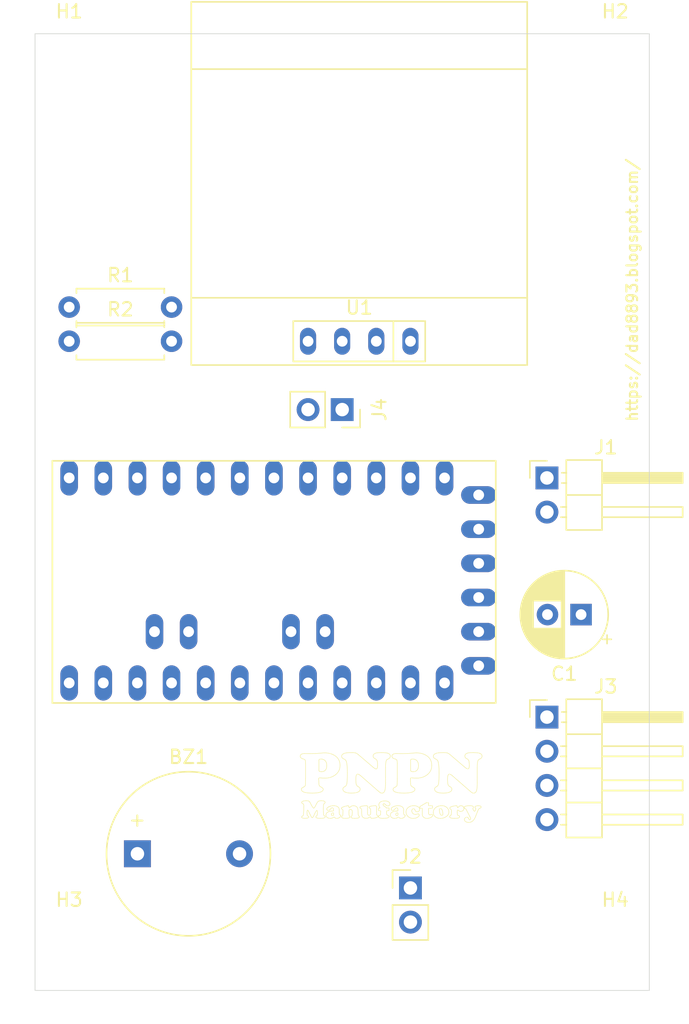
<source format=kicad_pcb>
(kicad_pcb (version 20171130) (host pcbnew "(5.1.4)-1")

  (general
    (thickness 1.6)
    (drawings 377)
    (tracks 0)
    (zones 0)
    (modules 14)
    (nets 9)
  )

  (page A4)
  (title_block
    (title ACS712_AmMeter_Digital)
    (date 2020-01-18)
    (rev "Ver. 0.9")
    (company "PNPN Manufactory")
  )

  (layers
    (0 F.Cu signal)
    (31 B.Cu signal)
    (32 B.Adhes user)
    (33 F.Adhes user)
    (34 B.Paste user)
    (35 F.Paste user)
    (36 B.SilkS user)
    (37 F.SilkS user)
    (38 B.Mask user)
    (39 F.Mask user)
    (40 Dwgs.User user)
    (41 Cmts.User user)
    (42 Eco1.User user)
    (43 Eco2.User user)
    (44 Edge.Cuts user)
    (45 Margin user)
    (46 B.CrtYd user)
    (47 F.CrtYd user)
    (48 B.Fab user)
    (49 F.Fab user)
  )

  (setup
    (last_trace_width 0.25)
    (trace_clearance 0.2)
    (zone_clearance 0.508)
    (zone_45_only no)
    (trace_min 0.2)
    (via_size 0.8)
    (via_drill 0.4)
    (via_min_size 0.4)
    (via_min_drill 0.3)
    (uvia_size 0.3)
    (uvia_drill 0.1)
    (uvias_allowed no)
    (uvia_min_size 0.2)
    (uvia_min_drill 0.1)
    (edge_width 0.05)
    (segment_width 0.2)
    (pcb_text_width 0.3)
    (pcb_text_size 1.5 1.5)
    (mod_edge_width 0.12)
    (mod_text_size 1 1)
    (mod_text_width 0.15)
    (pad_size 1.524 1.524)
    (pad_drill 0.762)
    (pad_to_mask_clearance 0.051)
    (solder_mask_min_width 0.25)
    (aux_axis_origin 0 0)
    (visible_elements 7FFFFFFF)
    (pcbplotparams
      (layerselection 0x010fc_ffffffff)
      (usegerberextensions false)
      (usegerberattributes false)
      (usegerberadvancedattributes false)
      (creategerberjobfile false)
      (excludeedgelayer true)
      (linewidth 0.100000)
      (plotframeref false)
      (viasonmask false)
      (mode 1)
      (useauxorigin false)
      (hpglpennumber 1)
      (hpglpenspeed 20)
      (hpglpendiameter 15.000000)
      (psnegative false)
      (psa4output false)
      (plotreference true)
      (plotvalue true)
      (plotinvisibletext false)
      (padsonsilk false)
      (subtractmaskfromsilk false)
      (outputformat 1)
      (mirror false)
      (drillshape 1)
      (scaleselection 1)
      (outputdirectory ""))
  )

  (net 0 "")
  (net 1 VCC)
  (net 2 GND)
  (net 3 /SCL)
  (net 4 /SDA)
  (net 5 /V_PWR)
  (net 6 /V_POS)
  (net 7 /V_NEG)
  (net 8 "Net-(A1-PadD10)")

  (net_class Default "これはデフォルトのネット クラスです。"
    (clearance 0.2)
    (trace_width 0.25)
    (via_dia 0.8)
    (via_drill 0.4)
    (uvia_dia 0.3)
    (uvia_drill 0.1)
    (add_net /SCL)
    (add_net /SDA)
    (add_net /V_NEG)
    (add_net /V_POS)
    (add_net /V_PWR)
    (add_net GND)
    (add_net "Net-(A1-PadA3)")
    (add_net "Net-(A1-PadA6)")
    (add_net "Net-(A1-PadA7)")
    (add_net "Net-(A1-PadD10)")
    (add_net "Net-(A1-PadD11)")
    (add_net "Net-(A1-PadD12)")
    (add_net "Net-(A1-PadD13)")
    (add_net "Net-(A1-PadD2)")
    (add_net "Net-(A1-PadD3)")
    (add_net "Net-(A1-PadD4)")
    (add_net "Net-(A1-PadD5)")
    (add_net "Net-(A1-PadD6)")
    (add_net "Net-(A1-PadD7)")
    (add_net "Net-(A1-PadD8)")
    (add_net "Net-(A1-PadD9)")
    (add_net "Net-(A1-PadDTR)")
    (add_net "Net-(A1-PadGND1)")
    (add_net "Net-(A1-PadGND2)")
    (add_net "Net-(A1-PadGND3)")
    (add_net "Net-(A1-PadRAW)")
    (add_net "Net-(A1-PadRST)")
    (add_net "Net-(A1-PadRST1)")
    (add_net "Net-(A1-PadRX1)")
    (add_net "Net-(A1-PadRX1-1)")
    (add_net "Net-(A1-PadTX0)")
    (add_net "Net-(A1-PadTX0-1)")
    (add_net "Net-(A1-PadVCC1)")
    (add_net VCC)
  )

  (module Buzzer_Beeper:Buzzer_12x9.5RM7.6 (layer F.Cu) (tedit 5A030281) (tstamp 5E232956)
    (at 127 116.84)
    (descr "Generic Buzzer, D12mm height 9.5mm with RM7.6mm")
    (tags buzzer)
    (path /5E3F79F4)
    (fp_text reference BZ1 (at 3.8 -7.2) (layer F.SilkS)
      (effects (font (size 1 1) (thickness 0.15)))
    )
    (fp_text value Buzzer (at 3.8 7.4) (layer F.Fab)
      (effects (font (size 1 1) (thickness 0.15)))
    )
    (fp_circle (center 3.8 0) (end 9.9 0) (layer F.SilkS) (width 0.12))
    (fp_circle (center 3.8 0) (end 4.8 0) (layer F.Fab) (width 0.1))
    (fp_circle (center 3.8 0) (end 9.8 0) (layer F.Fab) (width 0.1))
    (fp_circle (center 3.8 0) (end 10.05 0) (layer F.CrtYd) (width 0.05))
    (fp_text user %R (at 3.8 -4) (layer F.Fab)
      (effects (font (size 1 1) (thickness 0.15)))
    )
    (fp_text user + (at -0.01 -2.54) (layer F.SilkS)
      (effects (font (size 1 1) (thickness 0.15)))
    )
    (fp_text user + (at -0.01 -2.54) (layer F.Fab)
      (effects (font (size 1 1) (thickness 0.15)))
    )
    (pad 2 thru_hole circle (at 7.6 0) (size 2 2) (drill 1) (layers *.Cu *.Mask)
      (net 2 GND))
    (pad 1 thru_hole rect (at 0 0) (size 2 2) (drill 1) (layers *.Cu *.Mask)
      (net 8 "Net-(A1-PadD10)"))
    (model ${KISYS3DMOD}/Buzzer_Beeper.3dshapes/Buzzer_12x9.5RM7.6.wrl
      (at (xyz 0 0 0))
      (scale (xyz 1 1 1))
      (rotate (xyz 0 0 0))
    )
  )

  (module Connector_PinSocket_2.54mm:PinSocket_1x02_P2.54mm_Vertical (layer F.Cu) (tedit 5A19A420) (tstamp 5E231EAB)
    (at 142.24 83.82 270)
    (descr "Through hole straight socket strip, 1x02, 2.54mm pitch, single row (from Kicad 4.0.7), script generated")
    (tags "Through hole socket strip THT 1x02 2.54mm single row")
    (path /5E415786)
    (fp_text reference J4 (at 0 -2.77 90) (layer F.SilkS)
      (effects (font (size 1 1) (thickness 0.15)))
    )
    (fp_text value I2C_PIN (at 0 5.31 90) (layer F.Fab)
      (effects (font (size 1 1) (thickness 0.15)))
    )
    (fp_text user %R (at 0 1.27) (layer F.Fab)
      (effects (font (size 1 1) (thickness 0.15)))
    )
    (fp_line (start -1.8 4.3) (end -1.8 -1.8) (layer F.CrtYd) (width 0.05))
    (fp_line (start 1.75 4.3) (end -1.8 4.3) (layer F.CrtYd) (width 0.05))
    (fp_line (start 1.75 -1.8) (end 1.75 4.3) (layer F.CrtYd) (width 0.05))
    (fp_line (start -1.8 -1.8) (end 1.75 -1.8) (layer F.CrtYd) (width 0.05))
    (fp_line (start 0 -1.33) (end 1.33 -1.33) (layer F.SilkS) (width 0.12))
    (fp_line (start 1.33 -1.33) (end 1.33 0) (layer F.SilkS) (width 0.12))
    (fp_line (start 1.33 1.27) (end 1.33 3.87) (layer F.SilkS) (width 0.12))
    (fp_line (start -1.33 3.87) (end 1.33 3.87) (layer F.SilkS) (width 0.12))
    (fp_line (start -1.33 1.27) (end -1.33 3.87) (layer F.SilkS) (width 0.12))
    (fp_line (start -1.33 1.27) (end 1.33 1.27) (layer F.SilkS) (width 0.12))
    (fp_line (start -1.27 3.81) (end -1.27 -1.27) (layer F.Fab) (width 0.1))
    (fp_line (start 1.27 3.81) (end -1.27 3.81) (layer F.Fab) (width 0.1))
    (fp_line (start 1.27 -0.635) (end 1.27 3.81) (layer F.Fab) (width 0.1))
    (fp_line (start 0.635 -1.27) (end 1.27 -0.635) (layer F.Fab) (width 0.1))
    (fp_line (start -1.27 -1.27) (end 0.635 -1.27) (layer F.Fab) (width 0.1))
    (pad 2 thru_hole oval (at 0 2.54 270) (size 1.7 1.7) (drill 1) (layers *.Cu *.Mask)
      (net 4 /SDA))
    (pad 1 thru_hole rect (at 0 0 270) (size 1.7 1.7) (drill 1) (layers *.Cu *.Mask)
      (net 3 /SCL))
    (model ${KISYS3DMOD}/Connector_PinSocket_2.54mm.3dshapes/PinSocket_1x02_P2.54mm_Vertical.wrl
      (at (xyz 0 0 0))
      (scale (xyz 1 1 1))
      (rotate (xyz 0 0 0))
    )
  )

  (module MountingHole:MountingHole_3.2mm_M3 (layer F.Cu) (tedit 56D1B4CB) (tstamp 5E230892)
    (at 162.56 124.46)
    (descr "Mounting Hole 3.2mm, no annular, M3")
    (tags "mounting hole 3.2mm no annular m3")
    (path /5E40D241)
    (attr virtual)
    (fp_text reference H4 (at 0 -4.2) (layer F.SilkS)
      (effects (font (size 1 1) (thickness 0.15)))
    )
    (fp_text value MountingHole (at 0 4.2) (layer F.Fab)
      (effects (font (size 1 1) (thickness 0.15)))
    )
    (fp_circle (center 0 0) (end 3.45 0) (layer F.CrtYd) (width 0.05))
    (fp_circle (center 0 0) (end 3.2 0) (layer Cmts.User) (width 0.15))
    (fp_text user %R (at 0.3 0) (layer F.Fab)
      (effects (font (size 1 1) (thickness 0.15)))
    )
    (pad 1 np_thru_hole circle (at 0 0) (size 3.2 3.2) (drill 3.2) (layers *.Cu *.Mask))
  )

  (module MountingHole:MountingHole_3.2mm_M3 (layer F.Cu) (tedit 56D1B4CB) (tstamp 5E23088A)
    (at 121.92 124.46)
    (descr "Mounting Hole 3.2mm, no annular, M3")
    (tags "mounting hole 3.2mm no annular m3")
    (path /5E40CD16)
    (attr virtual)
    (fp_text reference H3 (at 0 -4.2) (layer F.SilkS)
      (effects (font (size 1 1) (thickness 0.15)))
    )
    (fp_text value MountingHole (at 0 4.2) (layer F.Fab)
      (effects (font (size 1 1) (thickness 0.15)))
    )
    (fp_circle (center 0 0) (end 3.45 0) (layer F.CrtYd) (width 0.05))
    (fp_circle (center 0 0) (end 3.2 0) (layer Cmts.User) (width 0.15))
    (fp_text user %R (at 0.3 0) (layer F.Fab)
      (effects (font (size 1 1) (thickness 0.15)))
    )
    (pad 1 np_thru_hole circle (at 0 0) (size 3.2 3.2) (drill 3.2) (layers *.Cu *.Mask))
  )

  (module MountingHole:MountingHole_3.2mm_M3 (layer F.Cu) (tedit 56D1B4CB) (tstamp 5E230882)
    (at 162.56 58.42)
    (descr "Mounting Hole 3.2mm, no annular, M3")
    (tags "mounting hole 3.2mm no annular m3")
    (path /5E40C738)
    (attr virtual)
    (fp_text reference H2 (at 0 -4.2) (layer F.SilkS)
      (effects (font (size 1 1) (thickness 0.15)))
    )
    (fp_text value MountingHole (at 0 4.2) (layer F.Fab)
      (effects (font (size 1 1) (thickness 0.15)))
    )
    (fp_circle (center 0 0) (end 3.45 0) (layer F.CrtYd) (width 0.05))
    (fp_circle (center 0 0) (end 3.2 0) (layer Cmts.User) (width 0.15))
    (fp_text user %R (at 0.3 0) (layer F.Fab)
      (effects (font (size 1 1) (thickness 0.15)))
    )
    (pad 1 np_thru_hole circle (at 0 0) (size 3.2 3.2) (drill 3.2) (layers *.Cu *.Mask))
  )

  (module MountingHole:MountingHole_3.2mm_M3 (layer F.Cu) (tedit 56D1B4CB) (tstamp 5E23087A)
    (at 121.92 58.42)
    (descr "Mounting Hole 3.2mm, no annular, M3")
    (tags "mounting hole 3.2mm no annular m3")
    (path /5E40C003)
    (attr virtual)
    (fp_text reference H1 (at 0 -4.2) (layer F.SilkS)
      (effects (font (size 1 1) (thickness 0.15)))
    )
    (fp_text value MountingHole (at 0 4.2) (layer F.Fab)
      (effects (font (size 1 1) (thickness 0.15)))
    )
    (fp_circle (center 0 0) (end 3.45 0) (layer F.CrtYd) (width 0.05))
    (fp_circle (center 0 0) (end 3.2 0) (layer Cmts.User) (width 0.15))
    (fp_text user %R (at 0.3 0) (layer F.Fab)
      (effects (font (size 1 1) (thickness 0.15)))
    )
    (pad 1 np_thru_hole circle (at 0 0) (size 3.2 3.2) (drill 3.2) (layers *.Cu *.Mask))
  )

  (module Connector_PinHeader_2.54mm:PinHeader_1x04_P2.54mm_Horizontal (layer F.Cu) (tedit 59FED5CB) (tstamp 5E19EE29)
    (at 157.48 106.68)
    (descr "Through hole angled pin header, 1x04, 2.54mm pitch, 6mm pin length, single row")
    (tags "Through hole angled pin header THT 1x04 2.54mm single row")
    (path /5E1B1927)
    (fp_text reference J3 (at 4.385 -2.27) (layer F.SilkS)
      (effects (font (size 1 1) (thickness 0.15)))
    )
    (fp_text value ADC_IN (at 4.385 9.89) (layer F.Fab)
      (effects (font (size 1 1) (thickness 0.15)))
    )
    (fp_text user %R (at 2.77 3.81 90) (layer F.Fab)
      (effects (font (size 1 1) (thickness 0.15)))
    )
    (fp_line (start 10.55 -1.8) (end -1.8 -1.8) (layer F.CrtYd) (width 0.05))
    (fp_line (start 10.55 9.4) (end 10.55 -1.8) (layer F.CrtYd) (width 0.05))
    (fp_line (start -1.8 9.4) (end 10.55 9.4) (layer F.CrtYd) (width 0.05))
    (fp_line (start -1.8 -1.8) (end -1.8 9.4) (layer F.CrtYd) (width 0.05))
    (fp_line (start -1.27 -1.27) (end 0 -1.27) (layer F.SilkS) (width 0.12))
    (fp_line (start -1.27 0) (end -1.27 -1.27) (layer F.SilkS) (width 0.12))
    (fp_line (start 1.042929 8) (end 1.44 8) (layer F.SilkS) (width 0.12))
    (fp_line (start 1.042929 7.24) (end 1.44 7.24) (layer F.SilkS) (width 0.12))
    (fp_line (start 10.1 8) (end 4.1 8) (layer F.SilkS) (width 0.12))
    (fp_line (start 10.1 7.24) (end 10.1 8) (layer F.SilkS) (width 0.12))
    (fp_line (start 4.1 7.24) (end 10.1 7.24) (layer F.SilkS) (width 0.12))
    (fp_line (start 1.44 6.35) (end 4.1 6.35) (layer F.SilkS) (width 0.12))
    (fp_line (start 1.042929 5.46) (end 1.44 5.46) (layer F.SilkS) (width 0.12))
    (fp_line (start 1.042929 4.7) (end 1.44 4.7) (layer F.SilkS) (width 0.12))
    (fp_line (start 10.1 5.46) (end 4.1 5.46) (layer F.SilkS) (width 0.12))
    (fp_line (start 10.1 4.7) (end 10.1 5.46) (layer F.SilkS) (width 0.12))
    (fp_line (start 4.1 4.7) (end 10.1 4.7) (layer F.SilkS) (width 0.12))
    (fp_line (start 1.44 3.81) (end 4.1 3.81) (layer F.SilkS) (width 0.12))
    (fp_line (start 1.042929 2.92) (end 1.44 2.92) (layer F.SilkS) (width 0.12))
    (fp_line (start 1.042929 2.16) (end 1.44 2.16) (layer F.SilkS) (width 0.12))
    (fp_line (start 10.1 2.92) (end 4.1 2.92) (layer F.SilkS) (width 0.12))
    (fp_line (start 10.1 2.16) (end 10.1 2.92) (layer F.SilkS) (width 0.12))
    (fp_line (start 4.1 2.16) (end 10.1 2.16) (layer F.SilkS) (width 0.12))
    (fp_line (start 1.44 1.27) (end 4.1 1.27) (layer F.SilkS) (width 0.12))
    (fp_line (start 1.11 0.38) (end 1.44 0.38) (layer F.SilkS) (width 0.12))
    (fp_line (start 1.11 -0.38) (end 1.44 -0.38) (layer F.SilkS) (width 0.12))
    (fp_line (start 4.1 0.28) (end 10.1 0.28) (layer F.SilkS) (width 0.12))
    (fp_line (start 4.1 0.16) (end 10.1 0.16) (layer F.SilkS) (width 0.12))
    (fp_line (start 4.1 0.04) (end 10.1 0.04) (layer F.SilkS) (width 0.12))
    (fp_line (start 4.1 -0.08) (end 10.1 -0.08) (layer F.SilkS) (width 0.12))
    (fp_line (start 4.1 -0.2) (end 10.1 -0.2) (layer F.SilkS) (width 0.12))
    (fp_line (start 4.1 -0.32) (end 10.1 -0.32) (layer F.SilkS) (width 0.12))
    (fp_line (start 10.1 0.38) (end 4.1 0.38) (layer F.SilkS) (width 0.12))
    (fp_line (start 10.1 -0.38) (end 10.1 0.38) (layer F.SilkS) (width 0.12))
    (fp_line (start 4.1 -0.38) (end 10.1 -0.38) (layer F.SilkS) (width 0.12))
    (fp_line (start 4.1 -1.33) (end 1.44 -1.33) (layer F.SilkS) (width 0.12))
    (fp_line (start 4.1 8.95) (end 4.1 -1.33) (layer F.SilkS) (width 0.12))
    (fp_line (start 1.44 8.95) (end 4.1 8.95) (layer F.SilkS) (width 0.12))
    (fp_line (start 1.44 -1.33) (end 1.44 8.95) (layer F.SilkS) (width 0.12))
    (fp_line (start 4.04 7.94) (end 10.04 7.94) (layer F.Fab) (width 0.1))
    (fp_line (start 10.04 7.3) (end 10.04 7.94) (layer F.Fab) (width 0.1))
    (fp_line (start 4.04 7.3) (end 10.04 7.3) (layer F.Fab) (width 0.1))
    (fp_line (start -0.32 7.94) (end 1.5 7.94) (layer F.Fab) (width 0.1))
    (fp_line (start -0.32 7.3) (end -0.32 7.94) (layer F.Fab) (width 0.1))
    (fp_line (start -0.32 7.3) (end 1.5 7.3) (layer F.Fab) (width 0.1))
    (fp_line (start 4.04 5.4) (end 10.04 5.4) (layer F.Fab) (width 0.1))
    (fp_line (start 10.04 4.76) (end 10.04 5.4) (layer F.Fab) (width 0.1))
    (fp_line (start 4.04 4.76) (end 10.04 4.76) (layer F.Fab) (width 0.1))
    (fp_line (start -0.32 5.4) (end 1.5 5.4) (layer F.Fab) (width 0.1))
    (fp_line (start -0.32 4.76) (end -0.32 5.4) (layer F.Fab) (width 0.1))
    (fp_line (start -0.32 4.76) (end 1.5 4.76) (layer F.Fab) (width 0.1))
    (fp_line (start 4.04 2.86) (end 10.04 2.86) (layer F.Fab) (width 0.1))
    (fp_line (start 10.04 2.22) (end 10.04 2.86) (layer F.Fab) (width 0.1))
    (fp_line (start 4.04 2.22) (end 10.04 2.22) (layer F.Fab) (width 0.1))
    (fp_line (start -0.32 2.86) (end 1.5 2.86) (layer F.Fab) (width 0.1))
    (fp_line (start -0.32 2.22) (end -0.32 2.86) (layer F.Fab) (width 0.1))
    (fp_line (start -0.32 2.22) (end 1.5 2.22) (layer F.Fab) (width 0.1))
    (fp_line (start 4.04 0.32) (end 10.04 0.32) (layer F.Fab) (width 0.1))
    (fp_line (start 10.04 -0.32) (end 10.04 0.32) (layer F.Fab) (width 0.1))
    (fp_line (start 4.04 -0.32) (end 10.04 -0.32) (layer F.Fab) (width 0.1))
    (fp_line (start -0.32 0.32) (end 1.5 0.32) (layer F.Fab) (width 0.1))
    (fp_line (start -0.32 -0.32) (end -0.32 0.32) (layer F.Fab) (width 0.1))
    (fp_line (start -0.32 -0.32) (end 1.5 -0.32) (layer F.Fab) (width 0.1))
    (fp_line (start 1.5 -0.635) (end 2.135 -1.27) (layer F.Fab) (width 0.1))
    (fp_line (start 1.5 8.89) (end 1.5 -0.635) (layer F.Fab) (width 0.1))
    (fp_line (start 4.04 8.89) (end 1.5 8.89) (layer F.Fab) (width 0.1))
    (fp_line (start 4.04 -1.27) (end 4.04 8.89) (layer F.Fab) (width 0.1))
    (fp_line (start 2.135 -1.27) (end 4.04 -1.27) (layer F.Fab) (width 0.1))
    (pad 4 thru_hole oval (at 0 7.62) (size 1.7 1.7) (drill 1) (layers *.Cu *.Mask)
      (net 5 /V_PWR))
    (pad 3 thru_hole oval (at 0 5.08) (size 1.7 1.7) (drill 1) (layers *.Cu *.Mask)
      (net 6 /V_POS))
    (pad 2 thru_hole oval (at 0 2.54) (size 1.7 1.7) (drill 1) (layers *.Cu *.Mask)
      (net 7 /V_NEG))
    (pad 1 thru_hole rect (at 0 0) (size 1.7 1.7) (drill 1) (layers *.Cu *.Mask)
      (net 2 GND))
    (model ${KISYS3DMOD}/Connector_PinHeader_2.54mm.3dshapes/PinHeader_1x04_P2.54mm_Horizontal.wrl
      (at (xyz 0 0 0))
      (scale (xyz 1 1 1))
      (rotate (xyz 0 0 0))
    )
  )

  (module Connector_PinHeader_2.54mm:PinHeader_1x02_P2.54mm_Horizontal (layer F.Cu) (tedit 59FED5CB) (tstamp 5E19EDFB)
    (at 157.48 88.9)
    (descr "Through hole angled pin header, 1x02, 2.54mm pitch, 6mm pin length, single row")
    (tags "Through hole angled pin header THT 1x02 2.54mm single row")
    (path /5E1BB4EA)
    (fp_text reference J1 (at 4.385 -2.27) (layer F.SilkS)
      (effects (font (size 1 1) (thickness 0.15)))
    )
    (fp_text value PWR_IN (at 4.385 4.81) (layer F.Fab)
      (effects (font (size 1 1) (thickness 0.15)))
    )
    (fp_text user %R (at 2.77 1.27 90) (layer F.Fab)
      (effects (font (size 1 1) (thickness 0.15)))
    )
    (fp_line (start 10.55 -1.8) (end -1.8 -1.8) (layer F.CrtYd) (width 0.05))
    (fp_line (start 10.55 4.35) (end 10.55 -1.8) (layer F.CrtYd) (width 0.05))
    (fp_line (start -1.8 4.35) (end 10.55 4.35) (layer F.CrtYd) (width 0.05))
    (fp_line (start -1.8 -1.8) (end -1.8 4.35) (layer F.CrtYd) (width 0.05))
    (fp_line (start -1.27 -1.27) (end 0 -1.27) (layer F.SilkS) (width 0.12))
    (fp_line (start -1.27 0) (end -1.27 -1.27) (layer F.SilkS) (width 0.12))
    (fp_line (start 1.042929 2.92) (end 1.44 2.92) (layer F.SilkS) (width 0.12))
    (fp_line (start 1.042929 2.16) (end 1.44 2.16) (layer F.SilkS) (width 0.12))
    (fp_line (start 10.1 2.92) (end 4.1 2.92) (layer F.SilkS) (width 0.12))
    (fp_line (start 10.1 2.16) (end 10.1 2.92) (layer F.SilkS) (width 0.12))
    (fp_line (start 4.1 2.16) (end 10.1 2.16) (layer F.SilkS) (width 0.12))
    (fp_line (start 1.44 1.27) (end 4.1 1.27) (layer F.SilkS) (width 0.12))
    (fp_line (start 1.11 0.38) (end 1.44 0.38) (layer F.SilkS) (width 0.12))
    (fp_line (start 1.11 -0.38) (end 1.44 -0.38) (layer F.SilkS) (width 0.12))
    (fp_line (start 4.1 0.28) (end 10.1 0.28) (layer F.SilkS) (width 0.12))
    (fp_line (start 4.1 0.16) (end 10.1 0.16) (layer F.SilkS) (width 0.12))
    (fp_line (start 4.1 0.04) (end 10.1 0.04) (layer F.SilkS) (width 0.12))
    (fp_line (start 4.1 -0.08) (end 10.1 -0.08) (layer F.SilkS) (width 0.12))
    (fp_line (start 4.1 -0.2) (end 10.1 -0.2) (layer F.SilkS) (width 0.12))
    (fp_line (start 4.1 -0.32) (end 10.1 -0.32) (layer F.SilkS) (width 0.12))
    (fp_line (start 10.1 0.38) (end 4.1 0.38) (layer F.SilkS) (width 0.12))
    (fp_line (start 10.1 -0.38) (end 10.1 0.38) (layer F.SilkS) (width 0.12))
    (fp_line (start 4.1 -0.38) (end 10.1 -0.38) (layer F.SilkS) (width 0.12))
    (fp_line (start 4.1 -1.33) (end 1.44 -1.33) (layer F.SilkS) (width 0.12))
    (fp_line (start 4.1 3.87) (end 4.1 -1.33) (layer F.SilkS) (width 0.12))
    (fp_line (start 1.44 3.87) (end 4.1 3.87) (layer F.SilkS) (width 0.12))
    (fp_line (start 1.44 -1.33) (end 1.44 3.87) (layer F.SilkS) (width 0.12))
    (fp_line (start 4.04 2.86) (end 10.04 2.86) (layer F.Fab) (width 0.1))
    (fp_line (start 10.04 2.22) (end 10.04 2.86) (layer F.Fab) (width 0.1))
    (fp_line (start 4.04 2.22) (end 10.04 2.22) (layer F.Fab) (width 0.1))
    (fp_line (start -0.32 2.86) (end 1.5 2.86) (layer F.Fab) (width 0.1))
    (fp_line (start -0.32 2.22) (end -0.32 2.86) (layer F.Fab) (width 0.1))
    (fp_line (start -0.32 2.22) (end 1.5 2.22) (layer F.Fab) (width 0.1))
    (fp_line (start 4.04 0.32) (end 10.04 0.32) (layer F.Fab) (width 0.1))
    (fp_line (start 10.04 -0.32) (end 10.04 0.32) (layer F.Fab) (width 0.1))
    (fp_line (start 4.04 -0.32) (end 10.04 -0.32) (layer F.Fab) (width 0.1))
    (fp_line (start -0.32 0.32) (end 1.5 0.32) (layer F.Fab) (width 0.1))
    (fp_line (start -0.32 -0.32) (end -0.32 0.32) (layer F.Fab) (width 0.1))
    (fp_line (start -0.32 -0.32) (end 1.5 -0.32) (layer F.Fab) (width 0.1))
    (fp_line (start 1.5 -0.635) (end 2.135 -1.27) (layer F.Fab) (width 0.1))
    (fp_line (start 1.5 3.81) (end 1.5 -0.635) (layer F.Fab) (width 0.1))
    (fp_line (start 4.04 3.81) (end 1.5 3.81) (layer F.Fab) (width 0.1))
    (fp_line (start 4.04 -1.27) (end 4.04 3.81) (layer F.Fab) (width 0.1))
    (fp_line (start 2.135 -1.27) (end 4.04 -1.27) (layer F.Fab) (width 0.1))
    (pad 2 thru_hole oval (at 0 2.54) (size 1.7 1.7) (drill 1) (layers *.Cu *.Mask)
      (net 2 GND))
    (pad 1 thru_hole rect (at 0 0) (size 1.7 1.7) (drill 1) (layers *.Cu *.Mask)
      (net 1 VCC))
    (model ${KISYS3DMOD}/Connector_PinHeader_2.54mm.3dshapes/PinHeader_1x02_P2.54mm_Horizontal.wrl
      (at (xyz 0 0 0))
      (scale (xyz 1 1 1))
      (rotate (xyz 0 0 0))
    )
  )

  (module Connector_PinHeader_2.54mm:PinHeader_1x02_P2.54mm_Vertical (layer F.Cu) (tedit 59FED5CC) (tstamp 5E1FE544)
    (at 147.32 119.38)
    (descr "Through hole straight pin header, 1x02, 2.54mm pitch, single row")
    (tags "Through hole pin header THT 1x02 2.54mm single row")
    (path /5E1F965B)
    (fp_text reference J2 (at 0 -2.33) (layer F.SilkS)
      (effects (font (size 1 1) (thickness 0.15)))
    )
    (fp_text value TP_GND (at 0 4.87) (layer F.Fab)
      (effects (font (size 1 1) (thickness 0.15)))
    )
    (fp_text user %R (at 0 1.27 90) (layer F.Fab)
      (effects (font (size 1 1) (thickness 0.15)))
    )
    (fp_line (start 1.8 -1.8) (end -1.8 -1.8) (layer F.CrtYd) (width 0.05))
    (fp_line (start 1.8 4.35) (end 1.8 -1.8) (layer F.CrtYd) (width 0.05))
    (fp_line (start -1.8 4.35) (end 1.8 4.35) (layer F.CrtYd) (width 0.05))
    (fp_line (start -1.8 -1.8) (end -1.8 4.35) (layer F.CrtYd) (width 0.05))
    (fp_line (start -1.33 -1.33) (end 0 -1.33) (layer F.SilkS) (width 0.12))
    (fp_line (start -1.33 0) (end -1.33 -1.33) (layer F.SilkS) (width 0.12))
    (fp_line (start -1.33 1.27) (end 1.33 1.27) (layer F.SilkS) (width 0.12))
    (fp_line (start 1.33 1.27) (end 1.33 3.87) (layer F.SilkS) (width 0.12))
    (fp_line (start -1.33 1.27) (end -1.33 3.87) (layer F.SilkS) (width 0.12))
    (fp_line (start -1.33 3.87) (end 1.33 3.87) (layer F.SilkS) (width 0.12))
    (fp_line (start -1.27 -0.635) (end -0.635 -1.27) (layer F.Fab) (width 0.1))
    (fp_line (start -1.27 3.81) (end -1.27 -0.635) (layer F.Fab) (width 0.1))
    (fp_line (start 1.27 3.81) (end -1.27 3.81) (layer F.Fab) (width 0.1))
    (fp_line (start 1.27 -1.27) (end 1.27 3.81) (layer F.Fab) (width 0.1))
    (fp_line (start -0.635 -1.27) (end 1.27 -1.27) (layer F.Fab) (width 0.1))
    (pad 2 thru_hole oval (at 0 2.54) (size 1.7 1.7) (drill 1) (layers *.Cu *.Mask)
      (net 2 GND))
    (pad 1 thru_hole rect (at 0 0) (size 1.7 1.7) (drill 1) (layers *.Cu *.Mask)
      (net 2 GND))
    (model ${KISYS3DMOD}/Connector_PinHeader_2.54mm.3dshapes/PinHeader_1x02_P2.54mm_Vertical.wrl
      (at (xyz 0 0 0))
      (scale (xyz 1 1 1))
      (rotate (xyz 0 0 0))
    )
  )

  (module Resistor_THT:R_Axial_DIN0207_L6.3mm_D2.5mm_P7.62mm_Horizontal (layer F.Cu) (tedit 5AE5139B) (tstamp 5E19EE6E)
    (at 121.92 78.74)
    (descr "Resistor, Axial_DIN0207 series, Axial, Horizontal, pin pitch=7.62mm, 0.25W = 1/4W, length*diameter=6.3*2.5mm^2, http://cdn-reichelt.de/documents/datenblatt/B400/1_4W%23YAG.pdf")
    (tags "Resistor Axial_DIN0207 series Axial Horizontal pin pitch 7.62mm 0.25W = 1/4W length 6.3mm diameter 2.5mm")
    (path /5E1C8531)
    (fp_text reference R2 (at 3.81 -2.37) (layer F.SilkS)
      (effects (font (size 1 1) (thickness 0.15)))
    )
    (fp_text value 4.7k (at 3.81 2.37) (layer F.Fab)
      (effects (font (size 1 1) (thickness 0.15)))
    )
    (fp_text user %R (at 3.81 0) (layer F.Fab)
      (effects (font (size 1 1) (thickness 0.15)))
    )
    (fp_line (start 8.67 -1.5) (end -1.05 -1.5) (layer F.CrtYd) (width 0.05))
    (fp_line (start 8.67 1.5) (end 8.67 -1.5) (layer F.CrtYd) (width 0.05))
    (fp_line (start -1.05 1.5) (end 8.67 1.5) (layer F.CrtYd) (width 0.05))
    (fp_line (start -1.05 -1.5) (end -1.05 1.5) (layer F.CrtYd) (width 0.05))
    (fp_line (start 7.08 1.37) (end 7.08 1.04) (layer F.SilkS) (width 0.12))
    (fp_line (start 0.54 1.37) (end 7.08 1.37) (layer F.SilkS) (width 0.12))
    (fp_line (start 0.54 1.04) (end 0.54 1.37) (layer F.SilkS) (width 0.12))
    (fp_line (start 7.08 -1.37) (end 7.08 -1.04) (layer F.SilkS) (width 0.12))
    (fp_line (start 0.54 -1.37) (end 7.08 -1.37) (layer F.SilkS) (width 0.12))
    (fp_line (start 0.54 -1.04) (end 0.54 -1.37) (layer F.SilkS) (width 0.12))
    (fp_line (start 7.62 0) (end 6.96 0) (layer F.Fab) (width 0.1))
    (fp_line (start 0 0) (end 0.66 0) (layer F.Fab) (width 0.1))
    (fp_line (start 6.96 -1.25) (end 0.66 -1.25) (layer F.Fab) (width 0.1))
    (fp_line (start 6.96 1.25) (end 6.96 -1.25) (layer F.Fab) (width 0.1))
    (fp_line (start 0.66 1.25) (end 6.96 1.25) (layer F.Fab) (width 0.1))
    (fp_line (start 0.66 -1.25) (end 0.66 1.25) (layer F.Fab) (width 0.1))
    (pad 2 thru_hole oval (at 7.62 0) (size 1.6 1.6) (drill 0.8) (layers *.Cu *.Mask)
      (net 3 /SCL))
    (pad 1 thru_hole circle (at 0 0) (size 1.6 1.6) (drill 0.8) (layers *.Cu *.Mask)
      (net 1 VCC))
    (model ${KISYS3DMOD}/Resistor_THT.3dshapes/R_Axial_DIN0207_L6.3mm_D2.5mm_P7.62mm_Horizontal.wrl
      (at (xyz 0 0 0))
      (scale (xyz 1 1 1))
      (rotate (xyz 0 0 0))
    )
  )

  (module Resistor_THT:R_Axial_DIN0207_L6.3mm_D2.5mm_P7.62mm_Horizontal (layer F.Cu) (tedit 5AE5139B) (tstamp 5E19EE57)
    (at 121.92 76.2)
    (descr "Resistor, Axial_DIN0207 series, Axial, Horizontal, pin pitch=7.62mm, 0.25W = 1/4W, length*diameter=6.3*2.5mm^2, http://cdn-reichelt.de/documents/datenblatt/B400/1_4W%23YAG.pdf")
    (tags "Resistor Axial_DIN0207 series Axial Horizontal pin pitch 7.62mm 0.25W = 1/4W length 6.3mm diameter 2.5mm")
    (path /5E1C7BC0)
    (fp_text reference R1 (at 3.81 -2.37) (layer F.SilkS)
      (effects (font (size 1 1) (thickness 0.15)))
    )
    (fp_text value 4.7k (at 3.81 2.37) (layer F.Fab)
      (effects (font (size 1 1) (thickness 0.15)))
    )
    (fp_text user %R (at 3.81 0) (layer F.Fab)
      (effects (font (size 1 1) (thickness 0.15)))
    )
    (fp_line (start 8.67 -1.5) (end -1.05 -1.5) (layer F.CrtYd) (width 0.05))
    (fp_line (start 8.67 1.5) (end 8.67 -1.5) (layer F.CrtYd) (width 0.05))
    (fp_line (start -1.05 1.5) (end 8.67 1.5) (layer F.CrtYd) (width 0.05))
    (fp_line (start -1.05 -1.5) (end -1.05 1.5) (layer F.CrtYd) (width 0.05))
    (fp_line (start 7.08 1.37) (end 7.08 1.04) (layer F.SilkS) (width 0.12))
    (fp_line (start 0.54 1.37) (end 7.08 1.37) (layer F.SilkS) (width 0.12))
    (fp_line (start 0.54 1.04) (end 0.54 1.37) (layer F.SilkS) (width 0.12))
    (fp_line (start 7.08 -1.37) (end 7.08 -1.04) (layer F.SilkS) (width 0.12))
    (fp_line (start 0.54 -1.37) (end 7.08 -1.37) (layer F.SilkS) (width 0.12))
    (fp_line (start 0.54 -1.04) (end 0.54 -1.37) (layer F.SilkS) (width 0.12))
    (fp_line (start 7.62 0) (end 6.96 0) (layer F.Fab) (width 0.1))
    (fp_line (start 0 0) (end 0.66 0) (layer F.Fab) (width 0.1))
    (fp_line (start 6.96 -1.25) (end 0.66 -1.25) (layer F.Fab) (width 0.1))
    (fp_line (start 6.96 1.25) (end 6.96 -1.25) (layer F.Fab) (width 0.1))
    (fp_line (start 0.66 1.25) (end 6.96 1.25) (layer F.Fab) (width 0.1))
    (fp_line (start 0.66 -1.25) (end 0.66 1.25) (layer F.Fab) (width 0.1))
    (pad 2 thru_hole oval (at 7.62 0) (size 1.6 1.6) (drill 0.8) (layers *.Cu *.Mask)
      (net 4 /SDA))
    (pad 1 thru_hole circle (at 0 0) (size 1.6 1.6) (drill 0.8) (layers *.Cu *.Mask)
      (net 1 VCC))
    (model ${KISYS3DMOD}/Resistor_THT.3dshapes/R_Axial_DIN0207_L6.3mm_D2.5mm_P7.62mm_Horizontal.wrl
      (at (xyz 0 0 0))
      (scale (xyz 1 1 1))
      (rotate (xyz 0 0 0))
    )
  )

  (module Capacitor_THT:CP_Radial_D6.3mm_P2.50mm (layer F.Cu) (tedit 5AE50EF0) (tstamp 5E22F361)
    (at 160.02 99.06 180)
    (descr "CP, Radial series, Radial, pin pitch=2.50mm, , diameter=6.3mm, Electrolytic Capacitor")
    (tags "CP Radial series Radial pin pitch 2.50mm  diameter 6.3mm Electrolytic Capacitor")
    (path /5E1BDA94)
    (fp_text reference C1 (at 1.25 -4.4) (layer F.SilkS)
      (effects (font (size 1 1) (thickness 0.15)))
    )
    (fp_text value 100u (at 1.25 4.4) (layer F.Fab)
      (effects (font (size 1 1) (thickness 0.15)))
    )
    (fp_text user %R (at 1.25 0) (layer F.Fab)
      (effects (font (size 1 1) (thickness 0.15)))
    )
    (fp_line (start -1.935241 -2.154) (end -1.935241 -1.524) (layer F.SilkS) (width 0.12))
    (fp_line (start -2.250241 -1.839) (end -1.620241 -1.839) (layer F.SilkS) (width 0.12))
    (fp_line (start 4.491 -0.402) (end 4.491 0.402) (layer F.SilkS) (width 0.12))
    (fp_line (start 4.451 -0.633) (end 4.451 0.633) (layer F.SilkS) (width 0.12))
    (fp_line (start 4.411 -0.802) (end 4.411 0.802) (layer F.SilkS) (width 0.12))
    (fp_line (start 4.371 -0.94) (end 4.371 0.94) (layer F.SilkS) (width 0.12))
    (fp_line (start 4.331 -1.059) (end 4.331 1.059) (layer F.SilkS) (width 0.12))
    (fp_line (start 4.291 -1.165) (end 4.291 1.165) (layer F.SilkS) (width 0.12))
    (fp_line (start 4.251 -1.262) (end 4.251 1.262) (layer F.SilkS) (width 0.12))
    (fp_line (start 4.211 -1.35) (end 4.211 1.35) (layer F.SilkS) (width 0.12))
    (fp_line (start 4.171 -1.432) (end 4.171 1.432) (layer F.SilkS) (width 0.12))
    (fp_line (start 4.131 -1.509) (end 4.131 1.509) (layer F.SilkS) (width 0.12))
    (fp_line (start 4.091 -1.581) (end 4.091 1.581) (layer F.SilkS) (width 0.12))
    (fp_line (start 4.051 -1.65) (end 4.051 1.65) (layer F.SilkS) (width 0.12))
    (fp_line (start 4.011 -1.714) (end 4.011 1.714) (layer F.SilkS) (width 0.12))
    (fp_line (start 3.971 -1.776) (end 3.971 1.776) (layer F.SilkS) (width 0.12))
    (fp_line (start 3.931 -1.834) (end 3.931 1.834) (layer F.SilkS) (width 0.12))
    (fp_line (start 3.891 -1.89) (end 3.891 1.89) (layer F.SilkS) (width 0.12))
    (fp_line (start 3.851 -1.944) (end 3.851 1.944) (layer F.SilkS) (width 0.12))
    (fp_line (start 3.811 -1.995) (end 3.811 1.995) (layer F.SilkS) (width 0.12))
    (fp_line (start 3.771 -2.044) (end 3.771 2.044) (layer F.SilkS) (width 0.12))
    (fp_line (start 3.731 -2.092) (end 3.731 2.092) (layer F.SilkS) (width 0.12))
    (fp_line (start 3.691 -2.137) (end 3.691 2.137) (layer F.SilkS) (width 0.12))
    (fp_line (start 3.651 -2.182) (end 3.651 2.182) (layer F.SilkS) (width 0.12))
    (fp_line (start 3.611 -2.224) (end 3.611 2.224) (layer F.SilkS) (width 0.12))
    (fp_line (start 3.571 -2.265) (end 3.571 2.265) (layer F.SilkS) (width 0.12))
    (fp_line (start 3.531 1.04) (end 3.531 2.305) (layer F.SilkS) (width 0.12))
    (fp_line (start 3.531 -2.305) (end 3.531 -1.04) (layer F.SilkS) (width 0.12))
    (fp_line (start 3.491 1.04) (end 3.491 2.343) (layer F.SilkS) (width 0.12))
    (fp_line (start 3.491 -2.343) (end 3.491 -1.04) (layer F.SilkS) (width 0.12))
    (fp_line (start 3.451 1.04) (end 3.451 2.38) (layer F.SilkS) (width 0.12))
    (fp_line (start 3.451 -2.38) (end 3.451 -1.04) (layer F.SilkS) (width 0.12))
    (fp_line (start 3.411 1.04) (end 3.411 2.416) (layer F.SilkS) (width 0.12))
    (fp_line (start 3.411 -2.416) (end 3.411 -1.04) (layer F.SilkS) (width 0.12))
    (fp_line (start 3.371 1.04) (end 3.371 2.45) (layer F.SilkS) (width 0.12))
    (fp_line (start 3.371 -2.45) (end 3.371 -1.04) (layer F.SilkS) (width 0.12))
    (fp_line (start 3.331 1.04) (end 3.331 2.484) (layer F.SilkS) (width 0.12))
    (fp_line (start 3.331 -2.484) (end 3.331 -1.04) (layer F.SilkS) (width 0.12))
    (fp_line (start 3.291 1.04) (end 3.291 2.516) (layer F.SilkS) (width 0.12))
    (fp_line (start 3.291 -2.516) (end 3.291 -1.04) (layer F.SilkS) (width 0.12))
    (fp_line (start 3.251 1.04) (end 3.251 2.548) (layer F.SilkS) (width 0.12))
    (fp_line (start 3.251 -2.548) (end 3.251 -1.04) (layer F.SilkS) (width 0.12))
    (fp_line (start 3.211 1.04) (end 3.211 2.578) (layer F.SilkS) (width 0.12))
    (fp_line (start 3.211 -2.578) (end 3.211 -1.04) (layer F.SilkS) (width 0.12))
    (fp_line (start 3.171 1.04) (end 3.171 2.607) (layer F.SilkS) (width 0.12))
    (fp_line (start 3.171 -2.607) (end 3.171 -1.04) (layer F.SilkS) (width 0.12))
    (fp_line (start 3.131 1.04) (end 3.131 2.636) (layer F.SilkS) (width 0.12))
    (fp_line (start 3.131 -2.636) (end 3.131 -1.04) (layer F.SilkS) (width 0.12))
    (fp_line (start 3.091 1.04) (end 3.091 2.664) (layer F.SilkS) (width 0.12))
    (fp_line (start 3.091 -2.664) (end 3.091 -1.04) (layer F.SilkS) (width 0.12))
    (fp_line (start 3.051 1.04) (end 3.051 2.69) (layer F.SilkS) (width 0.12))
    (fp_line (start 3.051 -2.69) (end 3.051 -1.04) (layer F.SilkS) (width 0.12))
    (fp_line (start 3.011 1.04) (end 3.011 2.716) (layer F.SilkS) (width 0.12))
    (fp_line (start 3.011 -2.716) (end 3.011 -1.04) (layer F.SilkS) (width 0.12))
    (fp_line (start 2.971 1.04) (end 2.971 2.742) (layer F.SilkS) (width 0.12))
    (fp_line (start 2.971 -2.742) (end 2.971 -1.04) (layer F.SilkS) (width 0.12))
    (fp_line (start 2.931 1.04) (end 2.931 2.766) (layer F.SilkS) (width 0.12))
    (fp_line (start 2.931 -2.766) (end 2.931 -1.04) (layer F.SilkS) (width 0.12))
    (fp_line (start 2.891 1.04) (end 2.891 2.79) (layer F.SilkS) (width 0.12))
    (fp_line (start 2.891 -2.79) (end 2.891 -1.04) (layer F.SilkS) (width 0.12))
    (fp_line (start 2.851 1.04) (end 2.851 2.812) (layer F.SilkS) (width 0.12))
    (fp_line (start 2.851 -2.812) (end 2.851 -1.04) (layer F.SilkS) (width 0.12))
    (fp_line (start 2.811 1.04) (end 2.811 2.834) (layer F.SilkS) (width 0.12))
    (fp_line (start 2.811 -2.834) (end 2.811 -1.04) (layer F.SilkS) (width 0.12))
    (fp_line (start 2.771 1.04) (end 2.771 2.856) (layer F.SilkS) (width 0.12))
    (fp_line (start 2.771 -2.856) (end 2.771 -1.04) (layer F.SilkS) (width 0.12))
    (fp_line (start 2.731 1.04) (end 2.731 2.876) (layer F.SilkS) (width 0.12))
    (fp_line (start 2.731 -2.876) (end 2.731 -1.04) (layer F.SilkS) (width 0.12))
    (fp_line (start 2.691 1.04) (end 2.691 2.896) (layer F.SilkS) (width 0.12))
    (fp_line (start 2.691 -2.896) (end 2.691 -1.04) (layer F.SilkS) (width 0.12))
    (fp_line (start 2.651 1.04) (end 2.651 2.916) (layer F.SilkS) (width 0.12))
    (fp_line (start 2.651 -2.916) (end 2.651 -1.04) (layer F.SilkS) (width 0.12))
    (fp_line (start 2.611 1.04) (end 2.611 2.934) (layer F.SilkS) (width 0.12))
    (fp_line (start 2.611 -2.934) (end 2.611 -1.04) (layer F.SilkS) (width 0.12))
    (fp_line (start 2.571 1.04) (end 2.571 2.952) (layer F.SilkS) (width 0.12))
    (fp_line (start 2.571 -2.952) (end 2.571 -1.04) (layer F.SilkS) (width 0.12))
    (fp_line (start 2.531 1.04) (end 2.531 2.97) (layer F.SilkS) (width 0.12))
    (fp_line (start 2.531 -2.97) (end 2.531 -1.04) (layer F.SilkS) (width 0.12))
    (fp_line (start 2.491 1.04) (end 2.491 2.986) (layer F.SilkS) (width 0.12))
    (fp_line (start 2.491 -2.986) (end 2.491 -1.04) (layer F.SilkS) (width 0.12))
    (fp_line (start 2.451 1.04) (end 2.451 3.002) (layer F.SilkS) (width 0.12))
    (fp_line (start 2.451 -3.002) (end 2.451 -1.04) (layer F.SilkS) (width 0.12))
    (fp_line (start 2.411 1.04) (end 2.411 3.018) (layer F.SilkS) (width 0.12))
    (fp_line (start 2.411 -3.018) (end 2.411 -1.04) (layer F.SilkS) (width 0.12))
    (fp_line (start 2.371 1.04) (end 2.371 3.033) (layer F.SilkS) (width 0.12))
    (fp_line (start 2.371 -3.033) (end 2.371 -1.04) (layer F.SilkS) (width 0.12))
    (fp_line (start 2.331 1.04) (end 2.331 3.047) (layer F.SilkS) (width 0.12))
    (fp_line (start 2.331 -3.047) (end 2.331 -1.04) (layer F.SilkS) (width 0.12))
    (fp_line (start 2.291 1.04) (end 2.291 3.061) (layer F.SilkS) (width 0.12))
    (fp_line (start 2.291 -3.061) (end 2.291 -1.04) (layer F.SilkS) (width 0.12))
    (fp_line (start 2.251 1.04) (end 2.251 3.074) (layer F.SilkS) (width 0.12))
    (fp_line (start 2.251 -3.074) (end 2.251 -1.04) (layer F.SilkS) (width 0.12))
    (fp_line (start 2.211 1.04) (end 2.211 3.086) (layer F.SilkS) (width 0.12))
    (fp_line (start 2.211 -3.086) (end 2.211 -1.04) (layer F.SilkS) (width 0.12))
    (fp_line (start 2.171 1.04) (end 2.171 3.098) (layer F.SilkS) (width 0.12))
    (fp_line (start 2.171 -3.098) (end 2.171 -1.04) (layer F.SilkS) (width 0.12))
    (fp_line (start 2.131 1.04) (end 2.131 3.11) (layer F.SilkS) (width 0.12))
    (fp_line (start 2.131 -3.11) (end 2.131 -1.04) (layer F.SilkS) (width 0.12))
    (fp_line (start 2.091 1.04) (end 2.091 3.121) (layer F.SilkS) (width 0.12))
    (fp_line (start 2.091 -3.121) (end 2.091 -1.04) (layer F.SilkS) (width 0.12))
    (fp_line (start 2.051 1.04) (end 2.051 3.131) (layer F.SilkS) (width 0.12))
    (fp_line (start 2.051 -3.131) (end 2.051 -1.04) (layer F.SilkS) (width 0.12))
    (fp_line (start 2.011 1.04) (end 2.011 3.141) (layer F.SilkS) (width 0.12))
    (fp_line (start 2.011 -3.141) (end 2.011 -1.04) (layer F.SilkS) (width 0.12))
    (fp_line (start 1.971 1.04) (end 1.971 3.15) (layer F.SilkS) (width 0.12))
    (fp_line (start 1.971 -3.15) (end 1.971 -1.04) (layer F.SilkS) (width 0.12))
    (fp_line (start 1.93 1.04) (end 1.93 3.159) (layer F.SilkS) (width 0.12))
    (fp_line (start 1.93 -3.159) (end 1.93 -1.04) (layer F.SilkS) (width 0.12))
    (fp_line (start 1.89 1.04) (end 1.89 3.167) (layer F.SilkS) (width 0.12))
    (fp_line (start 1.89 -3.167) (end 1.89 -1.04) (layer F.SilkS) (width 0.12))
    (fp_line (start 1.85 1.04) (end 1.85 3.175) (layer F.SilkS) (width 0.12))
    (fp_line (start 1.85 -3.175) (end 1.85 -1.04) (layer F.SilkS) (width 0.12))
    (fp_line (start 1.81 1.04) (end 1.81 3.182) (layer F.SilkS) (width 0.12))
    (fp_line (start 1.81 -3.182) (end 1.81 -1.04) (layer F.SilkS) (width 0.12))
    (fp_line (start 1.77 1.04) (end 1.77 3.189) (layer F.SilkS) (width 0.12))
    (fp_line (start 1.77 -3.189) (end 1.77 -1.04) (layer F.SilkS) (width 0.12))
    (fp_line (start 1.73 1.04) (end 1.73 3.195) (layer F.SilkS) (width 0.12))
    (fp_line (start 1.73 -3.195) (end 1.73 -1.04) (layer F.SilkS) (width 0.12))
    (fp_line (start 1.69 1.04) (end 1.69 3.201) (layer F.SilkS) (width 0.12))
    (fp_line (start 1.69 -3.201) (end 1.69 -1.04) (layer F.SilkS) (width 0.12))
    (fp_line (start 1.65 1.04) (end 1.65 3.206) (layer F.SilkS) (width 0.12))
    (fp_line (start 1.65 -3.206) (end 1.65 -1.04) (layer F.SilkS) (width 0.12))
    (fp_line (start 1.61 1.04) (end 1.61 3.211) (layer F.SilkS) (width 0.12))
    (fp_line (start 1.61 -3.211) (end 1.61 -1.04) (layer F.SilkS) (width 0.12))
    (fp_line (start 1.57 1.04) (end 1.57 3.215) (layer F.SilkS) (width 0.12))
    (fp_line (start 1.57 -3.215) (end 1.57 -1.04) (layer F.SilkS) (width 0.12))
    (fp_line (start 1.53 1.04) (end 1.53 3.218) (layer F.SilkS) (width 0.12))
    (fp_line (start 1.53 -3.218) (end 1.53 -1.04) (layer F.SilkS) (width 0.12))
    (fp_line (start 1.49 1.04) (end 1.49 3.222) (layer F.SilkS) (width 0.12))
    (fp_line (start 1.49 -3.222) (end 1.49 -1.04) (layer F.SilkS) (width 0.12))
    (fp_line (start 1.45 -3.224) (end 1.45 3.224) (layer F.SilkS) (width 0.12))
    (fp_line (start 1.41 -3.227) (end 1.41 3.227) (layer F.SilkS) (width 0.12))
    (fp_line (start 1.37 -3.228) (end 1.37 3.228) (layer F.SilkS) (width 0.12))
    (fp_line (start 1.33 -3.23) (end 1.33 3.23) (layer F.SilkS) (width 0.12))
    (fp_line (start 1.29 -3.23) (end 1.29 3.23) (layer F.SilkS) (width 0.12))
    (fp_line (start 1.25 -3.23) (end 1.25 3.23) (layer F.SilkS) (width 0.12))
    (fp_line (start -1.128972 -1.6885) (end -1.128972 -1.0585) (layer F.Fab) (width 0.1))
    (fp_line (start -1.443972 -1.3735) (end -0.813972 -1.3735) (layer F.Fab) (width 0.1))
    (fp_circle (center 1.25 0) (end 4.65 0) (layer F.CrtYd) (width 0.05))
    (fp_circle (center 1.25 0) (end 4.52 0) (layer F.SilkS) (width 0.12))
    (fp_circle (center 1.25 0) (end 4.4 0) (layer F.Fab) (width 0.1))
    (pad 2 thru_hole circle (at 2.5 0 180) (size 1.6 1.6) (drill 0.8) (layers *.Cu *.Mask)
      (net 2 GND))
    (pad 1 thru_hole rect (at 0 0 180) (size 1.6 1.6) (drill 0.8) (layers *.Cu *.Mask)
      (net 1 VCC))
    (model ${KISYS3DMOD}/Capacitor_THT.3dshapes/CP_Radial_D6.3mm_P2.50mm.wrl
      (at (xyz 0 0 0))
      (scale (xyz 1 1 1))
      (rotate (xyz 0 0 0))
    )
  )

  (module ArduinoProMini:PRO-MINI-2 (layer F.Cu) (tedit 5E198967) (tstamp 5E19D9D9)
    (at 137.16 97.79 270)
    (path /5E1A783C)
    (fp_text reference A1 (at -8.89 -17.78 90) (layer F.SilkS) hide
      (effects (font (size 1.27 1.27) (thickness 0.15)))
    )
    (fp_text value Arduino_PRO-MINI-2 (at -3.81 17.78 90) (layer F.SilkS) hide
      (effects (font (size 1.27 1.27) (thickness 0.15)))
    )
    (fp_line (start -10.16 16.49) (end 7.84 16.49) (layer F.SilkS) (width 0.12))
    (fp_line (start 7.84 -16.51) (end 7.84 16.49) (layer F.SilkS) (width 0.12))
    (fp_line (start -10.16 -16.51) (end -10.16 16.49) (layer F.SilkS) (width 0.12))
    (fp_line (start -10.16 -16.51) (end 7.84 -16.51) (layer F.SilkS) (width 0.12))
    (pad A5 thru_hole oval (at 2.54 -3.81 90) (size 2.616 1.308) (drill 0.8) (layers *.Cu *.Mask)
      (net 3 /SCL) (solder_mask_margin 0.1016))
    (pad A4 thru_hole oval (at 2.54 -1.27 90) (size 2.616 1.308) (drill 0.8) (layers *.Cu *.Mask)
      (net 4 /SDA) (solder_mask_margin 0.1016))
    (pad A7 thru_hole oval (at 2.54 6.35 90) (size 2.616 1.308) (drill 0.8) (layers *.Cu *.Mask)
      (solder_mask_margin 0.1016))
    (pad A6 thru_hole oval (at 2.54 8.89 90) (size 2.616 1.308) (drill 0.8) (layers *.Cu *.Mask)
      (solder_mask_margin 0.1016))
    (pad DTR thru_hole oval (at 5.08 -15.24) (size 2.616 1.308) (drill 0.8) (layers *.Cu *.Mask)
      (solder_mask_margin 0.1016))
    (pad TX0-1 thru_hole oval (at 2.54 -15.24) (size 2.616 1.308) (drill 0.8) (layers *.Cu *.Mask)
      (solder_mask_margin 0.1016))
    (pad RX1-1 thru_hole oval (at 0 -15.24) (size 2.616 1.308) (drill 0.8) (layers *.Cu *.Mask)
      (solder_mask_margin 0.1016))
    (pad VCC1 thru_hole oval (at -2.54 -15.24) (size 2.616 1.308) (drill 0.8) (layers *.Cu *.Mask)
      (solder_mask_margin 0.1016))
    (pad GND3 thru_hole oval (at -5.08 -15.24) (size 2.616 1.308) (drill 0.8) (layers *.Cu *.Mask)
      (solder_mask_margin 0.1016))
    (pad GND2 thru_hole oval (at -7.62 -15.24) (size 2.616 1.308) (drill 0.8) (layers *.Cu *.Mask)
      (solder_mask_margin 0.1016))
    (pad D10 thru_hole oval (at 6.35 15.24 270) (size 2.616 1.308) (drill 0.8) (layers *.Cu *.Mask)
      (net 8 "Net-(A1-PadD10)") (solder_mask_margin 0.1016))
    (pad D11 thru_hole oval (at 6.35 12.7 270) (size 2.616 1.308) (drill 0.8) (layers *.Cu *.Mask)
      (solder_mask_margin 0.1016))
    (pad D12 thru_hole oval (at 6.35 10.16 270) (size 2.616 1.308) (drill 0.8) (layers *.Cu *.Mask)
      (solder_mask_margin 0.1016))
    (pad D13 thru_hole oval (at 6.35 7.62 270) (size 2.616 1.308) (drill 0.8) (layers *.Cu *.Mask)
      (solder_mask_margin 0.1016))
    (pad A3 thru_hole oval (at 6.35 5.08 270) (size 2.616 1.308) (drill 0.8) (layers *.Cu *.Mask)
      (solder_mask_margin 0.1016))
    (pad A2 thru_hole oval (at 6.35 2.54 270) (size 2.616 1.308) (drill 0.8) (layers *.Cu *.Mask)
      (net 5 /V_PWR) (solder_mask_margin 0.1016))
    (pad A1 thru_hole oval (at 6.35 0 270) (size 2.616 1.308) (drill 0.8) (layers *.Cu *.Mask)
      (net 6 /V_POS) (solder_mask_margin 0.1016))
    (pad A0 thru_hole oval (at 6.35 -2.54 270) (size 2.616 1.308) (drill 0.8) (layers *.Cu *.Mask)
      (net 7 /V_NEG) (solder_mask_margin 0.1016))
    (pad VCC thru_hole oval (at 6.35 -5.08 270) (size 2.616 1.308) (drill 0.8) (layers *.Cu *.Mask)
      (net 1 VCC) (solder_mask_margin 0.1016))
    (pad RST thru_hole oval (at 6.35 -7.62 270) (size 2.616 1.308) (drill 0.8) (layers *.Cu *.Mask)
      (solder_mask_margin 0.1016))
    (pad GND thru_hole oval (at 6.35 -10.16 270) (size 2.616 1.308) (drill 0.8) (layers *.Cu *.Mask)
      (net 2 GND) (solder_mask_margin 0.1016))
    (pad RAW thru_hole oval (at 6.35 -12.7 270) (size 2.616 1.308) (drill 0.8) (layers *.Cu *.Mask)
      (solder_mask_margin 0.1016))
    (pad D9 thru_hole oval (at -8.89 15.24 270) (size 2.616 1.308) (drill 0.8) (layers *.Cu *.Mask)
      (solder_mask_margin 0.1016))
    (pad D8 thru_hole oval (at -8.89 12.7 270) (size 2.616 1.308) (drill 0.8) (layers *.Cu *.Mask)
      (solder_mask_margin 0.1016))
    (pad D7 thru_hole oval (at -8.89 10.16 270) (size 2.616 1.308) (drill 0.8) (layers *.Cu *.Mask)
      (solder_mask_margin 0.1016))
    (pad D6 thru_hole oval (at -8.89 7.62 270) (size 2.616 1.308) (drill 0.8) (layers *.Cu *.Mask)
      (solder_mask_margin 0.1016))
    (pad D5 thru_hole oval (at -8.89 5.08 270) (size 2.616 1.308) (drill 0.8) (layers *.Cu *.Mask)
      (solder_mask_margin 0.1016))
    (pad D4 thru_hole oval (at -8.89 2.54 270) (size 2.616 1.308) (drill 0.8) (layers *.Cu *.Mask)
      (solder_mask_margin 0.1016))
    (pad D3 thru_hole oval (at -8.89 0 270) (size 2.616 1.308) (drill 0.8) (layers *.Cu *.Mask)
      (solder_mask_margin 0.1016))
    (pad D2 thru_hole oval (at -8.89 -2.54 270) (size 2.616 1.308) (drill 0.8) (layers *.Cu *.Mask)
      (solder_mask_margin 0.1016))
    (pad GND1 thru_hole oval (at -8.89 -5.08 270) (size 2.616 1.308) (drill 0.8) (layers *.Cu *.Mask)
      (solder_mask_margin 0.1016))
    (pad RST1 thru_hole oval (at -8.89 -7.62 270) (size 2.616 1.308) (drill 0.8) (layers *.Cu *.Mask)
      (solder_mask_margin 0.1016))
    (pad RX1 thru_hole oval (at -8.89 -10.16 270) (size 2.616 1.308) (drill 0.8) (layers *.Cu *.Mask)
      (solder_mask_margin 0.1016))
    (pad TX0 thru_hole oval (at -8.89 -12.7 270) (size 2.616 1.308) (drill 0.8) (layers *.Cu *.Mask)
      (solder_mask_margin 0.1016))
  )

  (module myfootprint:OLED_SSD1306_I2C (layer F.Cu) (tedit 5E197402) (tstamp 5E19D5AF)
    (at 143.51 78.74 180)
    (path /5E19927E)
    (fp_text reference U1 (at 0 2.5) (layer F.SilkS)
      (effects (font (size 1 1) (thickness 0.15)))
    )
    (fp_text value OLED_SSD1306_I2C (at 0 -2.5) (layer F.Fab)
      (effects (font (size 1 1) (thickness 0.15)))
    )
    (fp_line (start -12.5 25.23) (end 12.5 25.23) (layer F.SilkS) (width 0.12))
    (fp_line (start -12.5 20.23) (end 12.5 20.23) (layer F.SilkS) (width 0.12))
    (fp_line (start -12.5 3.23) (end 12.5 3.23) (layer F.SilkS) (width 0.12))
    (fp_line (start 12.5 -1.77) (end 12.5 25.23) (layer F.SilkS) (width 0.12))
    (fp_line (start -12.5 -1.77) (end -12.5 25.23) (layer F.SilkS) (width 0.12))
    (fp_line (start -12.5 -1.77) (end 12.5 -1.77) (layer F.SilkS) (width 0.12))
    (fp_line (start -4.66 1.25) (end -4.66 -1.25) (layer F.CrtYd) (width 0.05))
    (fp_line (start 4.66 1.25) (end -4.66 1.25) (layer F.CrtYd) (width 0.05))
    (fp_line (start 4.66 -1.25) (end 4.66 1.25) (layer F.CrtYd) (width 0.05))
    (fp_line (start -4.66 -1.25) (end 4.66 -1.25) (layer F.CrtYd) (width 0.05))
    (fp_line (start -2.54 -1.5) (end -2.54 1.5) (layer F.SilkS) (width 0.12))
    (fp_line (start -4.91 1.5) (end -4.91 -1.5) (layer F.SilkS) (width 0.12))
    (fp_line (start 4.91 1.5) (end -4.91 1.5) (layer F.SilkS) (width 0.12))
    (fp_line (start 4.91 -1.5) (end 4.91 1.5) (layer F.SilkS) (width 0.12))
    (fp_line (start -4.91 -1.5) (end 4.91 -1.5) (layer F.SilkS) (width 0.12))
    (pad 4 thru_hole oval (at 3.81 0 180) (size 1.2 2) (drill 0.8) (layers *.Cu *.Mask)
      (net 4 /SDA))
    (pad 3 thru_hole oval (at 1.27 0 180) (size 1.2 2) (drill 0.8) (layers *.Cu *.Mask)
      (net 3 /SCL))
    (pad 2 thru_hole oval (at -1.27 0 180) (size 1.2 2) (drill 0.8) (layers *.Cu *.Mask)
      (net 1 VCC))
    (pad 1 thru_hole oval (at -3.81 0 180) (size 1.2 2) (drill 0.8) (layers *.Cu *.Mask)
      (net 2 GND))
  )

  (gr_curve (pts (xy 149.201747 109.798034) (xy 149.13568 109.766707) (xy 149.08974 109.735992) (xy 149.064101 109.706065)) (layer F.SilkS) (width 0.04))
  (gr_curve (pts (xy 152.24606 112.12454) (xy 152.20642 112.262974) (xy 152.134491 112.332191) (xy 152.030359 112.332191)) (layer F.SilkS) (width 0.04))
  (gr_curve (pts (xy 139.666805 113.599707) (xy 139.606427 113.599707) (xy 139.625853 113.838334) (xy 139.625853 113.898013)) (layer F.SilkS) (width 0.04))
  (gr_curve (pts (xy 150.256099 111.848461) (xy 150.354368 111.895539) (xy 150.403634 111.95688) (xy 150.403634 112.032485)) (layer F.SilkS) (width 0.04))
  (gr_curve (pts (xy 149.388833 109.33793) (xy 149.471001 109.326467) (xy 149.614772 109.320779) (xy 149.820235 109.320779)) (layer F.SilkS) (width 0.04))
  (gr_curve (pts (xy 140.378487 113.964867) (xy 140.386275 113.934153) (xy 140.425302 113.623246) (xy 140.357048 113.623246)) (layer F.SilkS) (width 0.04))
  (gr_curve (pts (xy 140.971249 113.017708) (xy 140.971249 113.089988) (xy 140.883481 113.104514) (xy 140.863967 113.165942)) (layer F.SilkS) (width 0.04))
  (gr_curve (pts (xy 140.331672 113.12254) (xy 140.431165 112.952604) (xy 140.43309 112.898438) (xy 140.690444 112.898438)) (layer F.SilkS) (width 0.04))
  (gr_curve (pts (xy 139.846192 113.026721) (xy 139.914446 113.13339) (xy 140.035291 113.429859) (xy 140.121134 113.447885)) (layer F.SilkS) (width 0.04))
  (gr_curve (pts (xy 139.226216 113.026721) (xy 139.226216 112.923727) (xy 139.407527 112.898438) (xy 139.563461 112.898438)) (layer F.SilkS) (width 0.04))
  (gr_curve (pts (xy 139.46598 114.205244) (xy 139.397814 114.205244) (xy 139.220353 114.199819) (xy 139.220353 114.105838)) (layer F.SilkS) (width 0.04))
  (gr_curve (pts (xy 150.082226 111.281251) (xy 150.082226 111.479625) (xy 150.093602 111.615171) (xy 150.116353 111.687976)) (layer F.SilkS) (width 0.04))
  (gr_curve (pts (xy 139.750636 114.098663) (xy 139.750636 114.201657) (xy 139.542023 114.205244) (xy 139.46598 114.205244)) (layer F.SilkS) (width 0.04))
  (gr_curve (pts (xy 152.292263 111.580957) (xy 152.293751 111.832097) (xy 152.27835 112.013233) (xy 152.24606 112.12454)) (layer F.SilkS) (width 0.04))
  (gr_curve (pts (xy 149.324954 109.883701) (xy 149.300015 109.853687) (xy 149.258975 109.82516) (xy 149.201747 109.798034)) (layer F.SilkS) (width 0.04))
  (gr_curve (pts (xy 140.187375 113.874474) (xy 140.144498 113.957604) (xy 140.074318 114.163679) (xy 140.011927 114.156416)) (layer F.SilkS) (width 0.04))
  (gr_curve (pts (xy 140.357048 113.623246) (xy 140.296582 113.623246) (xy 140.234191 113.782331) (xy 140.187375 113.874474)) (layer F.SilkS) (width 0.04))
  (gr_curve (pts (xy 140.624115 114.205244) (xy 140.544222 114.205244) (xy 140.277068 114.212507) (xy 140.277068 114.096825)) (layer F.SilkS) (width 0.04))
  (gr_curve (pts (xy 149.452625 110.825435) (xy 149.452625 110.457299) (xy 149.430661 110.189008) (xy 149.386646 110.020647)) (layer F.SilkS) (width 0.04))
  (gr_curve (pts (xy 139.73506 113.677499) (xy 139.723421 113.65396) (xy 139.701895 113.599707) (xy 139.666805 113.599707)) (layer F.SilkS) (width 0.04))
  (gr_curve (pts (xy 139.356861 113.151504) (xy 139.337347 113.113527) (xy 139.226216 113.100838) (xy 139.226216 113.026721)) (layer F.SilkS) (width 0.04))
  (gr_curve (pts (xy 139.625853 113.898013) (xy 139.625853 114.0914) (xy 139.750636 114.001007) (xy 139.750636 114.098663)) (layer F.SilkS) (width 0.04))
  (gr_curve (pts (xy 152.290076 110.444436) (xy 152.290076 110.444436) (xy 152.290076 111.142117) (xy 152.290076 111.142117)) (layer F.SilkS) (width 0.04))
  (gr_curve (pts (xy 149.289777 111.83131) (xy 149.358731 111.791407) (xy 149.400559 111.72079) (xy 149.41526 111.619459)) (layer F.SilkS) (width 0.04))
  (gr_curve (pts (xy 149.820235 109.320779) (xy 149.937667 109.320779) (xy 150.02316 109.329705) (xy 150.076713 109.347556)) (layer F.SilkS) (width 0.04))
  (gr_curve (pts (xy 140.977024 114.089562) (xy 140.977024 114.21067) (xy 140.709958 114.205244) (xy 140.624115 114.205244)) (layer F.SilkS) (width 0.04))
  (gr_curve (pts (xy 149.284264 112.254048) (xy 149.174882 112.203383) (xy 149.120279 112.131716) (xy 149.120279 112.03896)) (layer F.SilkS) (width 0.04))
  (gr_curve (pts (xy 152.483813 109.795933) (xy 152.439797 109.814485) (xy 152.409695 109.830936) (xy 152.393507 109.845112)) (layer F.SilkS) (width 0.04))
  (gr_curve (pts (xy 140.854254 113.905188) (xy 140.860029 114.037146) (xy 140.977024 114.00827) (xy 140.977024 114.089562)) (layer F.SilkS) (width 0.04))
  (gr_curve (pts (xy 140.83474 113.511151) (xy 140.83474 113.538278) (xy 140.846466 113.73709) (xy 140.854254 113.905188)) (layer F.SilkS) (width 0.04))
  (gr_curve (pts (xy 140.863967 113.165942) (xy 140.848391 113.216521) (xy 140.83474 113.429859) (xy 140.83474 113.511151)) (layer F.SilkS) (width 0.04))
  (gr_curve (pts (xy 152.351679 109.909341) (xy 152.312127 110.003496) (xy 152.291476 110.18192) (xy 152.290076 110.444436)) (layer F.SilkS) (width 0.04))
  (gr_curve (pts (xy 140.690444 112.898438) (xy 140.776199 112.898438) (xy 140.971249 112.903864) (xy 140.971249 113.017708)) (layer F.SilkS) (width 0.04))
  (gr_curve (pts (xy 150.076713 109.347556) (xy 150.130267 109.365407) (xy 150.193708 109.405659) (xy 150.267125 109.468488)) (layer F.SilkS) (width 0.04))
  (gr_curve (pts (xy 140.121134 113.447885) (xy 140.1816 113.460573) (xy 140.261492 113.24181) (xy 140.331672 113.12254)) (layer F.SilkS) (width 0.04))
  (gr_curve (pts (xy 139.386088 113.357492) (xy 139.386088 113.249073) (xy 139.3783 113.193069) (xy 139.356861 113.151504)) (layer F.SilkS) (width 0.04))
  (gr_curve (pts (xy 149.120279 112.03896) (xy 149.120279 111.990482) (xy 149.130517 111.95408) (xy 149.151081 111.929753)) (layer F.SilkS) (width 0.04))
  (gr_curve (pts (xy 149.151081 111.929753) (xy 149.171645 111.905514) (xy 149.217848 111.8727) (xy 149.289777 111.83131)) (layer F.SilkS) (width 0.04))
  (gr_curve (pts (xy 151.748592 112.175906) (xy 151.748592 112.175906) (xy 150.443186 111.039386) (xy 150.443186 111.039386)) (layer F.SilkS) (width 0.04))
  (gr_curve (pts (xy 152.393507 109.845112) (xy 152.377406 109.859462) (xy 152.363405 109.880814) (xy 152.351679 109.909341)) (layer F.SilkS) (width 0.04))
  (gr_curve (pts (xy 149.386646 110.020647) (xy 149.370457 109.959306) (xy 149.349893 109.913628) (xy 149.324954 109.883701)) (layer F.SilkS) (width 0.04))
  (gr_curve (pts (xy 150.403634 112.032485) (xy 150.403634 112.230859) (xy 150.18417 112.330003) (xy 149.745418 112.330003)) (layer F.SilkS) (width 0.04))
  (gr_curve (pts (xy 149.41526 111.619459) (xy 149.440199 111.435348) (xy 149.452625 111.170731) (xy 149.452625 110.825435)) (layer F.SilkS) (width 0.04))
  (gr_curve (pts (xy 152.290076 111.142117) (xy 152.290076 111.249136) (xy 152.290776 111.395445) (xy 152.292263 111.580957)) (layer F.SilkS) (width 0.04))
  (gr_curve (pts (xy 149.745418 112.330003) (xy 149.547305 112.330003) (xy 149.393558 112.304627) (xy 149.284264 112.254048)) (layer F.SilkS) (width 0.04))
  (gr_curve (pts (xy 150.216459 110.919591) (xy 150.126941 110.919591) (xy 150.082226 111.040173) (xy 150.082226 111.281251)) (layer F.SilkS) (width 0.04))
  (gr_curve (pts (xy 139.220353 114.105838) (xy 139.220353 114.002844) (xy 139.337347 114.087812) (xy 139.352923 113.939578)) (layer F.SilkS) (width 0.04))
  (gr_curve (pts (xy 149.025598 109.596859) (xy 149.025598 109.459913) (xy 149.146706 109.373545) (xy 149.388833 109.33793)) (layer F.SilkS) (width 0.04))
  (gr_curve (pts (xy 151.912577 112.304364) (xy 151.8795 112.285813) (xy 151.824809 112.243023) (xy 151.748592 112.175906)) (layer F.SilkS) (width 0.04))
  (gr_curve (pts (xy 139.563461 112.898438) (xy 139.791588 112.898438) (xy 139.787738 112.934578) (xy 139.846192 113.026721)) (layer F.SilkS) (width 0.04))
  (gr_curve (pts (xy 149.064101 109.706065) (xy 149.038461 109.676051) (xy 149.025598 109.639649) (xy 149.025598 109.596859)) (layer F.SilkS) (width 0.04))
  (gr_curve (pts (xy 152.030359 112.332191) (xy 151.984857 112.332191) (xy 151.945567 112.322828) (xy 151.912577 112.304364)) (layer F.SilkS) (width 0.04))
  (gr_curve (pts (xy 150.443186 111.039386) (xy 150.35218 110.959493) (xy 150.276663 110.919591) (xy 150.216459 110.919591)) (layer F.SilkS) (width 0.04))
  (gr_curve (pts (xy 140.011927 114.156416) (xy 139.980775 114.152829) (xy 139.965111 114.156416) (xy 139.848204 113.912451)) (layer F.SilkS) (width 0.04))
  (gr_curve (pts (xy 140.277068 114.096825) (xy 140.277068 114.033559) (xy 140.364836 114.022708) (xy 140.378487 113.964867)) (layer F.SilkS) (width 0.04))
  (gr_curve (pts (xy 150.116353 111.687976) (xy 150.139105 111.760693) (xy 150.185658 111.814246) (xy 150.256099 111.848461)) (layer F.SilkS) (width 0.04))
  (gr_curve (pts (xy 139.352923 113.939578) (xy 139.368499 113.787756) (xy 139.386088 113.619658) (xy 139.386088 113.357492)) (layer F.SilkS) (width 0.04))
  (gr_curve (pts (xy 146.663652 109.395684) (xy 146.907267 109.394284) (xy 147.049988 109.392446) (xy 147.091816 109.390346)) (layer F.SilkS) (width 0.04))
  (gr_curve (pts (xy 142.324958 111.929753) (xy 142.345521 111.905514) (xy 142.391724 111.8727) (xy 142.463654 111.83131)) (layer F.SilkS) (width 0.04))
  (gr_curve (pts (xy 145.943832 109.588283) (xy 145.943832 109.524142) (xy 145.971746 109.474876) (xy 146.027487 109.440661)) (layer F.SilkS) (width 0.04))
  (gr_curve (pts (xy 142.458141 112.254048) (xy 142.348759 112.203383) (xy 142.294156 112.131716) (xy 142.294156 112.03896)) (layer F.SilkS) (width 0.04))
  (gr_curve (pts (xy 147.370258 110.70984) (xy 147.412786 110.729791) (xy 147.466339 110.739767) (xy 147.530918 110.739767)) (layer F.SilkS) (width 0.04))
  (gr_curve (pts (xy 143.25059 109.347556) (xy 143.304143 109.365407) (xy 143.367585 109.405659) (xy 143.441002 109.468488)) (layer F.SilkS) (width 0.04))
  (gr_curve (pts (xy 146.029675 112.058211) (xy 146.029675 112.015421) (xy 146.041401 111.982607) (xy 146.06494 111.959768)) (layer F.SilkS) (width 0.04))
  (gr_curve (pts (xy 147.654213 112.049636) (xy 147.654213 112.139504) (xy 147.583771 112.208721) (xy 147.442888 112.257286)) (layer F.SilkS) (width 0.04))
  (gr_curve (pts (xy 147.773133 109.34003) (xy 148.013773 109.34003) (xy 148.227986 109.387896) (xy 148.41586 109.483452)) (layer F.SilkS) (width 0.04))
  (gr_curve (pts (xy 142.589137 111.619459) (xy 142.614076 111.435348) (xy 142.626501 111.170731) (xy 142.626501 110.825435)) (layer F.SilkS) (width 0.04))
  (gr_curve (pts (xy 147.493553 111.202058) (xy 147.433349 111.19777) (xy 147.395897 111.19567) (xy 147.381284 111.19567)) (layer F.SilkS) (width 0.04))
  (gr_curve (pts (xy 146.531606 109.395684) (xy 146.531606 109.395684) (xy 146.663652 109.395684) (xy 146.663652 109.395684)) (layer F.SilkS) (width 0.04))
  (gr_curve (pts (xy 146.027487 109.440661) (xy 146.083228 109.406359) (xy 146.163996 109.389296) (xy 146.269615 109.389296)) (layer F.SilkS) (width 0.04))
  (gr_curve (pts (xy 142.560522 110.020647) (xy 142.544334 109.959306) (xy 142.52377 109.913628) (xy 142.498831 109.883701)) (layer F.SilkS) (width 0.04))
  (gr_curve (pts (xy 152.648848 109.586183) (xy 152.648848 109.678939) (xy 152.593807 109.748856) (xy 152.483813 109.795933)) (layer F.SilkS) (width 0.04))
  (gr_curve (pts (xy 152.44636 109.359281) (xy 152.581381 109.399271) (xy 152.648848 109.474876) (xy 152.648848 109.586183)) (layer F.SilkS) (width 0.04))
  (gr_curve (pts (xy 147.332806 110.609209) (xy 147.332806 110.664862) (xy 147.345319 110.698377) (xy 147.370258 110.70984)) (layer F.SilkS) (width 0.04))
  (gr_curve (pts (xy 146.229975 111.861324) (xy 146.282828 111.834197) (xy 146.31363 111.796395) (xy 146.322468 111.747829)) (layer F.SilkS) (width 0.04))
  (gr_curve (pts (xy 151.986257 109.320779) (xy 152.207908 109.320779) (xy 152.361217 109.333642) (xy 152.44636 109.359281)) (layer F.SilkS) (width 0.04))
  (gr_curve (pts (xy 151.625297 109.342218) (xy 151.694251 109.327954) (xy 151.814571 109.320779) (xy 151.986257 109.320779)) (layer F.SilkS) (width 0.04))
  (gr_curve (pts (xy 151.372144 109.57332) (xy 151.372144 109.453437) (xy 151.456499 109.376432) (xy 151.625297 109.342218)) (layer F.SilkS) (width 0.04))
  (gr_curve (pts (xy 151.407408 109.692152) (xy 151.383869 109.661438) (xy 151.372144 109.621885) (xy 151.372144 109.57332)) (layer F.SilkS) (width 0.04))
  (gr_curve (pts (xy 146.141944 109.78097) (xy 146.009899 109.743868) (xy 145.943832 109.679639) (xy 145.943832 109.588283)) (layer F.SilkS) (width 0.04))
  (gr_curve (pts (xy 151.585657 110.532204) (xy 151.661962 110.532204) (xy 151.700114 110.453012) (xy 151.700114 110.294627)) (layer F.SilkS) (width 0.04))
  (gr_curve (pts (xy 147.317405 111.27915) (xy 147.317405 111.27915) (xy 147.332806 111.630135) (xy 147.332806 111.630135)) (layer F.SilkS) (width 0.04))
  (gr_curve (pts (xy 147.779696 111.217109) (xy 147.701904 111.217109) (xy 147.606523 111.212121) (xy 147.493553 111.202058)) (layer F.SilkS) (width 0.04))
  (gr_curve (pts (xy 142.199475 109.596859) (xy 142.199475 109.459913) (xy 142.320582 109.373545) (xy 142.56271 109.33793)) (layer F.SilkS) (width 0.04))
  (gr_curve (pts (xy 150.267125 109.468488) (xy 150.267125 109.468488) (xy 151.363306 110.401646) (xy 151.363306 110.401646)) (layer F.SilkS) (width 0.04))
  (gr_curve (pts (xy 146.844175 112.330003) (xy 146.301204 112.330003) (xy 146.029675 112.239435) (xy 146.029675 112.058211)) (layer F.SilkS) (width 0.04))
  (gr_curve (pts (xy 146.269615 109.389296) (xy 146.304879 109.389296) (xy 146.392122 109.391396) (xy 146.531606 109.395684)) (layer F.SilkS) (width 0.04))
  (gr_curve (pts (xy 147.495741 109.798034) (xy 147.387147 109.798034) (xy 147.332806 109.82586) (xy 147.332806 109.881514)) (layer F.SilkS) (width 0.04))
  (gr_curve (pts (xy 146.322468 111.747829) (xy 146.331306 111.699351) (xy 146.337081 111.543154) (xy 146.340057 111.27915)) (layer F.SilkS) (width 0.04))
  (gr_curve (pts (xy 147.332806 111.630135) (xy 147.335781 111.698651) (xy 147.348557 111.749667) (xy 147.371396 111.783182)) (layer F.SilkS) (width 0.04))
  (gr_curve (pts (xy 147.332806 109.881514) (xy 147.332806 109.881514) (xy 147.332806 110.609209) (xy 147.332806 110.609209)) (layer F.SilkS) (width 0.04))
  (gr_curve (pts (xy 146.06494 111.959768) (xy 146.088391 111.936929) (xy 146.143432 111.904114) (xy 146.229975 111.861324)) (layer F.SilkS) (width 0.04))
  (gr_curve (pts (xy 148.906766 110.271088) (xy 148.906766 110.562131) (xy 148.792309 110.79542) (xy 148.563394 110.970956)) (layer F.SilkS) (width 0.04))
  (gr_curve (pts (xy 142.56271 109.33793) (xy 142.644878 109.326467) (xy 142.788649 109.320779) (xy 142.994112 109.320779)) (layer F.SilkS) (width 0.04))
  (gr_curve (pts (xy 147.371396 111.783182) (xy 147.394147 111.816696) (xy 147.4407 111.851348) (xy 147.511142 111.886963)) (layer F.SilkS) (width 0.04))
  (gr_curve (pts (xy 147.381284 111.19567) (xy 147.338669 111.19567) (xy 147.317405 111.219209) (xy 147.317405 111.266287)) (layer F.SilkS) (width 0.04))
  (gr_curve (pts (xy 142.498831 109.883701) (xy 142.473892 109.853687) (xy 142.432852 109.82516) (xy 142.375623 109.798034)) (layer F.SilkS) (width 0.04))
  (gr_curve (pts (xy 147.091816 109.390346) (xy 147.133643 109.388158) (xy 147.282928 109.375732) (xy 147.539756 109.352894)) (layer F.SilkS) (width 0.04))
  (gr_curve (pts (xy 142.375623 109.798034) (xy 142.309557 109.766707) (xy 142.263616 109.735992) (xy 142.237977 109.706065)) (layer F.SilkS) (width 0.04))
  (gr_curve (pts (xy 142.237977 109.706065) (xy 142.212338 109.676051) (xy 142.199475 109.639649) (xy 142.199475 109.596859)) (layer F.SilkS) (width 0.04))
  (gr_curve (pts (xy 146.340057 111.27915) (xy 146.340057 111.27915) (xy 146.340057 110.153306) (xy 146.340057 110.153306)) (layer F.SilkS) (width 0.04))
  (gr_curve (pts (xy 151.528428 109.778782) (xy 151.4712 109.751743) (xy 151.43086 109.722779) (xy 151.407408 109.692152)) (layer F.SilkS) (width 0.04))
  (gr_curve (pts (xy 147.918392 110.279663) (xy 147.918392 110.094152) (xy 147.862564 109.960006) (xy 147.751082 109.877226)) (layer F.SilkS) (width 0.04))
  (gr_curve (pts (xy 146.309255 109.876176) (xy 146.288691 109.836974) (xy 146.23295 109.805209) (xy 146.141944 109.78097)) (layer F.SilkS) (width 0.04))
  (gr_curve (pts (xy 148.41586 109.483452) (xy 148.743131 109.649012) (xy 148.906766 109.911528) (xy 148.906766 110.271088)) (layer F.SilkS) (width 0.04))
  (gr_curve (pts (xy 142.626501 110.825435) (xy 142.626501 110.457299) (xy 142.604538 110.189008) (xy 142.560522 110.020647)) (layer F.SilkS) (width 0.04))
  (gr_curve (pts (xy 146.340057 110.153306) (xy 146.340057 110.007784) (xy 146.329819 109.915466) (xy 146.309255 109.876176)) (layer F.SilkS) (width 0.04))
  (gr_curve (pts (xy 151.363306 110.401646) (xy 151.466037 110.488714) (xy 151.540154 110.532204) (xy 151.585657 110.532204)) (layer F.SilkS) (width 0.04))
  (gr_curve (pts (xy 147.511142 111.886963) (xy 147.606523 111.936929) (xy 147.654213 111.991182) (xy 147.654213 112.049636)) (layer F.SilkS) (width 0.04))
  (gr_curve (pts (xy 151.667124 109.926492) (xy 151.645073 109.860863) (xy 151.59887 109.811597) (xy 151.528428 109.778782)) (layer F.SilkS) (width 0.04))
  (gr_curve (pts (xy 142.994112 109.320779) (xy 143.111544 109.320779) (xy 143.197037 109.329705) (xy 143.25059 109.347556)) (layer F.SilkS) (width 0.04))
  (gr_curve (pts (xy 148.563394 110.970956) (xy 148.347606 111.135029) (xy 148.086402 111.217109) (xy 147.779696 111.217109)) (layer F.SilkS) (width 0.04))
  (gr_curve (pts (xy 151.700114 110.294627) (xy 151.700114 110.114803) (xy 151.689088 109.992121) (xy 151.667124 109.926492)) (layer F.SilkS) (width 0.04))
  (gr_curve (pts (xy 147.530918 110.739767) (xy 147.627786 110.739767) (xy 147.709254 110.713428) (xy 147.775321 110.660575)) (layer F.SilkS) (width 0.04))
  (gr_curve (pts (xy 142.294156 112.03896) (xy 142.294156 111.990482) (xy 142.304394 111.95408) (xy 142.324958 111.929753)) (layer F.SilkS) (width 0.04))
  (gr_curve (pts (xy 147.751082 109.877226) (xy 147.68064 109.82446) (xy 147.595497 109.798034) (xy 147.495741 109.798034)) (layer F.SilkS) (width 0.04))
  (gr_curve (pts (xy 142.463654 111.83131) (xy 142.532608 111.791407) (xy 142.574436 111.72079) (xy 142.589137 111.619459)) (layer F.SilkS) (width 0.04))
  (gr_curve (pts (xy 147.775321 110.660575) (xy 147.870702 110.58497) (xy 147.918392 110.458) (xy 147.918392 110.279663)) (layer F.SilkS) (width 0.04))
  (gr_curve (pts (xy 147.442888 112.257286) (xy 147.302004 112.305764) (xy 147.102404 112.330003) (xy 146.844175 112.330003)) (layer F.SilkS) (width 0.04))
  (gr_curve (pts (xy 147.317405 111.266287) (xy 147.317405 111.266287) (xy 147.317405 111.27915) (xy 147.317405 111.27915)) (layer F.SilkS) (width 0.04))
  (gr_curve (pts (xy 147.539756 109.352894) (xy 147.624899 109.344318) (xy 147.702691 109.34003) (xy 147.773133 109.34003)) (layer F.SilkS) (width 0.04))
  (gr_curve (pts (xy 142.867316 113.341303) (xy 142.906344 113.305076) (xy 142.964797 113.267186) (xy 143.075929 113.267186)) (layer F.SilkS) (width 0.04))
  (gr_curve (pts (xy 145.404974 112.909289) (xy 145.722793 112.909289) (xy 145.796823 113.064699) (xy 145.796823 113.142403)) (layer F.SilkS) (width 0.04))
  (gr_curve (pts (xy 144.970159 113.196657) (xy 144.970159 112.981568) (xy 145.210012 112.909289) (xy 145.404974 112.909289)) (layer F.SilkS) (width 0.04))
  (gr_curve (pts (xy 141.600413 113.881737) (xy 141.600413 113.841922) (xy 141.602338 113.796769) (xy 141.547735 113.796769)) (layer F.SilkS) (width 0.04))
  (gr_curve (pts (xy 145.044276 113.411745) (xy 145.044276 113.377443) (xy 144.970159 113.310501) (xy 144.970159 113.196657)) (layer F.SilkS) (width 0.04))
  (gr_curve (pts (xy 144.032801 114.205244) (xy 143.662391 114.205244) (xy 143.693543 113.934153) (xy 143.693543 113.662973)) (layer F.SilkS) (width 0.04))
  (gr_curve (pts (xy 144.989673 113.446135) (xy 145.013037 113.444297) (xy 145.044276 113.44246) (xy 145.044276 113.411745)) (layer F.SilkS) (width 0.04))
  (gr_curve (pts (xy 144.942858 113.608807) (xy 144.942858 113.465999) (xy 144.931219 113.449723) (xy 144.989673 113.446135)) (layer F.SilkS) (width 0.04))
  (gr_curve (pts (xy 143.693543 113.662973) (xy 143.693543 113.386456) (xy 143.559047 113.507564) (xy 143.559047 113.388294)) (layer F.SilkS) (width 0.04))
  (gr_curve (pts (xy 144.237564 113.979305) (xy 144.377922 113.979305) (xy 144.358409 113.80937) (xy 144.358409 113.722652)) (layer F.SilkS) (width 0.04))
  (gr_curve (pts (xy 141.844115 114.21067) (xy 141.690106 114.21067) (xy 141.686168 114.118526) (xy 141.637428 114.118526)) (layer F.SilkS) (width 0.04))
  (gr_curve (pts (xy 143.075929 113.267186) (xy 143.479592 113.267186) (xy 143.411338 113.634096) (xy 143.430851 113.908863)) (layer F.SilkS) (width 0.04))
  (gr_curve (pts (xy 145.026688 113.632259) (xy 145.003324 113.632259) (xy 144.942858 113.641272) (xy 144.942858 113.608807)) (layer F.SilkS) (width 0.04))
  (gr_curve (pts (xy 142.904419 114.107676) (xy 142.904419 114.042572) (xy 142.968735 114.073286) (xy 142.978448 113.955854)) (layer F.SilkS) (width 0.04))
  (gr_curve (pts (xy 144.227763 114.151079) (xy 144.181035 114.178118) (xy 144.118644 114.205244) (xy 144.032801 114.205244)) (layer F.SilkS) (width 0.04))
  (gr_curve (pts (xy 144.45589 114.205244) (xy 144.305818 114.205244) (xy 144.405224 114.096825) (xy 144.327257 114.096825)) (layer F.SilkS) (width 0.04))
  (gr_curve (pts (xy 144.801011 113.903438) (xy 144.801011 114.011857) (xy 144.908205 113.961279) (xy 144.908205 114.047997)) (layer F.SilkS) (width 0.04))
  (gr_curve (pts (xy 144.801011 113.540116) (xy 144.801011 113.540116) (xy 144.801011 113.903438) (xy 144.801011 113.903438)) (layer F.SilkS) (width 0.04))
  (gr_curve (pts (xy 141.091569 113.514827) (xy 141.091569 113.361167) (xy 141.421027 113.261761) (xy 141.606276 113.261761)) (layer F.SilkS) (width 0.04))
  (gr_curve (pts (xy 144.350621 113.527427) (xy 144.335045 113.437034) (xy 144.239489 113.467749) (xy 144.239489 113.391881)) (layer F.SilkS) (width 0.04))
  (gr_curve (pts (xy 144.239489 113.391881) (xy 144.239489 113.285212) (xy 144.631426 113.267186) (xy 144.705455 113.267186)) (layer F.SilkS) (width 0.04))
  (gr_curve (pts (xy 142.196675 114.096825) (xy 142.196675 114.01002) (xy 142.28628 114.087812) (xy 142.292143 113.910614)) (layer F.SilkS) (width 0.04))
  (gr_curve (pts (xy 144.358409 113.722652) (xy 144.358409 113.662973) (xy 144.360334 113.585268) (xy 144.350621 113.527427)) (layer F.SilkS) (width 0.04))
  (gr_curve (pts (xy 142.859528 113.538278) (xy 142.734746 113.538278) (xy 142.746471 113.662973) (xy 142.746471 113.744353)) (layer F.SilkS) (width 0.04))
  (gr_curve (pts (xy 143.161772 114.205244) (xy 143.091593 114.205244) (xy 142.904419 114.20892) (xy 142.904419 114.107676)) (layer F.SilkS) (width 0.04))
  (gr_curve (pts (xy 143.520457 114.096825) (xy 143.520457 114.129377) (xy 143.528332 114.205244) (xy 143.161772 114.205244)) (layer F.SilkS) (width 0.04))
  (gr_curve (pts (xy 142.184949 113.45331) (xy 142.184949 113.357492) (xy 142.633327 113.267186) (xy 142.672354 113.267186)) (layer F.SilkS) (width 0.04))
  (gr_curve (pts (xy 141.547735 113.796769) (xy 141.481493 113.796769) (xy 141.436603 113.85461) (xy 141.436603 113.912451)) (layer F.SilkS) (width 0.04))
  (gr_curve (pts (xy 141.545809 114.163679) (xy 141.502932 114.187218) (xy 141.444478 114.21067) (xy 141.354785 114.21067)) (layer F.SilkS) (width 0.04))
  (gr_curve (pts (xy 142.138571 113.995581) (xy 142.138571 114.098663) (xy 141.986487 114.21067) (xy 141.844115 114.21067)) (layer F.SilkS) (width 0.04))
  (gr_curve (pts (xy 141.502932 113.419008) (xy 141.385937 113.419008) (xy 141.374211 113.614233) (xy 141.200688 113.614233)) (layer F.SilkS) (width 0.04))
  (gr_curve (pts (xy 141.200688 113.614233) (xy 141.138297 113.614233) (xy 141.091569 113.572668) (xy 141.091569 113.514827)) (layer F.SilkS) (width 0.04))
  (gr_curve (pts (xy 143.559047 113.388294) (xy 143.559047 113.272612) (xy 144.05039 113.267186) (xy 144.065966 113.267186)) (layer F.SilkS) (width 0.04))
  (gr_curve (pts (xy 145.104743 113.717227) (xy 145.108593 113.661223) (xy 145.089079 113.632259) (xy 145.026688 113.632259)) (layer F.SilkS) (width 0.04))
  (gr_curve (pts (xy 144.126432 113.335878) (xy 144.126432 113.335878) (xy 144.126432 113.794931) (xy 144.126432 113.794931)) (layer F.SilkS) (width 0.04))
  (gr_curve (pts (xy 144.065966 113.267186) (xy 144.120569 113.267186) (xy 144.126432 113.290638) (xy 144.126432 113.335878)) (layer F.SilkS) (width 0.04))
  (gr_curve (pts (xy 144.327257 114.096825) (xy 144.305818 114.096825) (xy 144.274579 114.123952) (xy 144.227763 114.151079)) (layer F.SilkS) (width 0.04))
  (gr_curve (pts (xy 144.908205 114.047997) (xy 144.908205 114.170942) (xy 144.563171 114.205244) (xy 144.45589 114.205244)) (layer F.SilkS) (width 0.04))
  (gr_curve (pts (xy 139.848204 113.912451) (xy 139.848204 113.912451) (xy 139.73506 113.677499) (xy 139.73506 113.677499)) (layer F.SilkS) (width 0.04))
  (gr_curve (pts (xy 144.804949 113.368342) (xy 144.804949 113.426184) (xy 144.801011 113.482275) (xy 144.801011 113.540116)) (layer F.SilkS) (width 0.04))
  (gr_curve (pts (xy 142.812713 114.096825) (xy 142.812713 114.20892) (xy 142.553434 114.205244) (xy 142.473454 114.205244)) (layer F.SilkS) (width 0.04))
  (gr_curve (pts (xy 141.606276 113.261761) (xy 141.717408 113.261761) (xy 142.021576 113.301488) (xy 142.021576 113.572668)) (layer F.SilkS) (width 0.04))
  (gr_curve (pts (xy 144.705455 113.267186) (xy 144.775635 113.267186) (xy 144.804949 113.305076) (xy 144.804949 113.368342)) (layer F.SilkS) (width 0.04))
  (gr_curve (pts (xy 142.978448 113.955854) (xy 142.988249 113.827483) (xy 143.042852 113.538278) (xy 142.859528 113.538278)) (layer F.SilkS) (width 0.04))
  (gr_curve (pts (xy 142.742534 113.337628) (xy 142.742534 113.348479) (xy 142.740608 113.359329) (xy 142.740608 113.37018)) (layer F.SilkS) (width 0.04))
  (gr_curve (pts (xy 143.430851 113.908863) (xy 143.440564 114.051585) (xy 143.520457 114.01912) (xy 143.520457 114.096825)) (layer F.SilkS) (width 0.04))
  (gr_curve (pts (xy 142.779636 113.41717) (xy 142.810788 113.41717) (xy 142.828376 113.379193) (xy 142.867316 113.341303)) (layer F.SilkS) (width 0.04))
  (gr_curve (pts (xy 142.740608 113.37018) (xy 142.740608 113.391881) (xy 142.750322 113.41717) (xy 142.779636 113.41717)) (layer F.SilkS) (width 0.04))
  (gr_curve (pts (xy 142.299931 113.639522) (xy 142.303869 113.505726) (xy 142.184949 113.549129) (xy 142.184949 113.45331)) (layer F.SilkS) (width 0.04))
  (gr_curve (pts (xy 142.292143 113.910614) (xy 142.292143 113.910614) (xy 142.299931 113.639522) (xy 142.299931 113.639522)) (layer F.SilkS) (width 0.04))
  (gr_curve (pts (xy 141.59455 113.603382) (xy 141.59455 113.543703) (xy 141.592625 113.419008) (xy 141.502932 113.419008)) (layer F.SilkS) (width 0.04))
  (gr_curve (pts (xy 141.031102 113.952179) (xy 141.031102 113.823896) (xy 141.163673 113.664811) (xy 141.506869 113.664811)) (layer F.SilkS) (width 0.04))
  (gr_curve (pts (xy 141.436603 113.912451) (xy 141.436603 113.959442) (xy 141.463904 114.01002) (xy 141.52052 114.01002)) (layer F.SilkS) (width 0.04))
  (gr_curve (pts (xy 141.637428 114.118526) (xy 141.614064 114.118526) (xy 141.588687 114.141978) (xy 141.545809 114.163679)) (layer F.SilkS) (width 0.04))
  (gr_curve (pts (xy 141.506869 113.664811) (xy 141.567248 113.664811) (xy 141.59455 113.668399) (xy 141.59455 113.603382)) (layer F.SilkS) (width 0.04))
  (gr_curve (pts (xy 141.52052 114.01002) (xy 141.59455 114.01002) (xy 141.600413 113.935903) (xy 141.600413 113.881737)) (layer F.SilkS) (width 0.04))
  (gr_curve (pts (xy 142.473454 114.205244) (xy 142.395487 114.205244) (xy 142.196675 114.205244) (xy 142.196675 114.096825)) (layer F.SilkS) (width 0.04))
  (gr_curve (pts (xy 141.354785 114.21067) (xy 141.1929 114.21067) (xy 141.031102 114.131127) (xy 141.031102 113.952179)) (layer F.SilkS) (width 0.04))
  (gr_curve (pts (xy 142.746471 113.883487) (xy 142.746471 114.058848) (xy 142.812713 114.028133) (xy 142.812713 114.096825)) (layer F.SilkS) (width 0.04))
  (gr_curve (pts (xy 142.672354 113.267186) (xy 142.715232 113.267186) (xy 142.742534 113.301488) (xy 142.742534 113.337628)) (layer F.SilkS) (width 0.04))
  (gr_curve (pts (xy 142.021576 113.572668) (xy 142.021576 113.572668) (xy 142.021576 113.753366) (xy 142.021576 113.753366)) (layer F.SilkS) (width 0.04))
  (gr_curve (pts (xy 142.021576 113.753366) (xy 142.021576 114.071536) (xy 142.138571 113.898013) (xy 142.138571 113.995581)) (layer F.SilkS) (width 0.04))
  (gr_curve (pts (xy 144.126432 113.794931) (xy 144.126432 113.867298) (xy 144.132295 113.979305) (xy 144.237564 113.979305)) (layer F.SilkS) (width 0.04))
  (gr_curve (pts (xy 142.746471 113.744353) (xy 142.746471 113.744353) (xy 142.746471 113.883487) (xy 142.746471 113.883487)) (layer F.SilkS) (width 0.04))
  (gr_curve (pts (xy 150.804058 113.744353) (xy 150.804058 113.798607) (xy 150.809921 113.874474) (xy 150.819722 113.943166)) (layer F.SilkS) (width 0.04))
  (gr_curve (pts (xy 148.667788 113.52559) (xy 148.667788 113.52559) (xy 148.667788 113.794931) (xy 148.667788 113.794931)) (layer F.SilkS) (width 0.04))
  (gr_curve (pts (xy 152.398582 113.52559) (xy 152.355705 113.588856) (xy 152.324553 113.668399) (xy 152.297251 113.738928)) (layer F.SilkS) (width 0.04))
  (gr_curve (pts (xy 152.297251 113.738928) (xy 152.297251 113.738928) (xy 152.182181 114.033559) (xy 152.182181 114.033559)) (layer F.SilkS) (width 0.04))
  (gr_curve (pts (xy 151.96578 113.484025) (xy 151.96578 113.552716) (xy 152.051536 113.679249) (xy 152.0847 113.679249)) (layer F.SilkS) (width 0.04))
  (gr_curve (pts (xy 150.848949 113.590694) (xy 150.794345 113.590694) (xy 150.804058 113.711801) (xy 150.804058 113.744353)) (layer F.SilkS) (width 0.04))
  (gr_curve (pts (xy 150.59352 114.205244) (xy 150.503827 114.205244) (xy 150.238686 114.20892) (xy 150.238686 114.084137)) (layer F.SilkS) (width 0.04))
  (gr_curve (pts (xy 150.841161 113.409908) (xy 150.887889 113.409908) (xy 150.917203 113.267186) (xy 151.084863 113.267186)) (layer F.SilkS) (width 0.04))
  (gr_curve (pts (xy 150.250324 113.449723) (xy 150.250324 113.306914) (xy 150.706577 113.267186) (xy 150.724166 113.267186)) (layer F.SilkS) (width 0.04))
  (gr_curve (pts (xy 149.564457 113.475012) (xy 149.500053 113.475012) (xy 149.464963 113.531015) (xy 149.468901 113.583431)) (layer F.SilkS) (width 0.04))
  (gr_curve (pts (xy 152.010583 113.377443) (xy 152.010583 113.426184) (xy 151.96578 113.440709) (xy 151.96578 113.484025)) (layer F.SilkS) (width 0.04))
  (gr_curve (pts (xy 149.468901 113.583431) (xy 149.476689 113.697363) (xy 149.511778 113.975718) (xy 149.646274 113.982981)) (layer F.SilkS) (width 0.04))
  (gr_curve (pts (xy 150.979594 114.082387) (xy 150.979594 114.196231) (xy 150.807996 114.205244) (xy 150.59352 114.205244)) (layer F.SilkS) (width 0.04))
  (gr_curve (pts (xy 151.64411 114.508888) (xy 151.503664 114.508888) (xy 151.337929 114.442034) (xy 151.337929 114.29205)) (layer F.SilkS) (width 0.04))
  (gr_curve (pts (xy 150.371257 113.746191) (xy 150.371257 113.746191) (xy 150.371257 113.637684) (xy 150.371257 113.637684)) (layer F.SilkS) (width 0.04))
  (gr_curve (pts (xy 151.084863 113.267186) (xy 151.215509 113.267186) (xy 151.301264 113.357492) (xy 151.301264 113.476849)) (layer F.SilkS) (width 0.04))
  (gr_curve (pts (xy 150.724166 113.267186) (xy 150.798283 113.267186) (xy 150.800208 113.285212) (xy 150.807996 113.346641)) (layer F.SilkS) (width 0.04))
  (gr_curve (pts (xy 150.184432 113.733503) (xy 150.184432 114.029971) (xy 149.841236 114.21067) (xy 149.554656 114.21067)) (layer F.SilkS) (width 0.04))
  (gr_curve (pts (xy 149.648287 113.261761) (xy 149.98947 113.261761) (xy 150.184432 113.509401) (xy 150.184432 113.733503)) (layer F.SilkS) (width 0.04))
  (gr_curve (pts (xy 150.819722 113.943166) (xy 150.83136 114.022708) (xy 150.979594 113.97388) (xy 150.979594 114.082387)) (layer F.SilkS) (width 0.04))
  (gr_curve (pts (xy 151.337929 114.29205) (xy 151.337929 114.201657) (xy 151.412046 114.125702) (xy 151.511452 114.125702)) (layer F.SilkS) (width 0.04))
  (gr_curve (pts (xy 151.061499 113.693688) (xy 150.934704 113.693688) (xy 150.899614 113.590694) (xy 150.848949 113.590694)) (layer F.SilkS) (width 0.04))
  (gr_curve (pts (xy 152.375218 113.267186) (xy 152.439535 113.267186) (xy 152.583831 113.276199) (xy 152.583831 113.359329)) (layer F.SilkS) (width 0.04))
  (gr_curve (pts (xy 152.583831 113.359329) (xy 152.583831 113.465999) (xy 152.466836 113.419008) (xy 152.398582 113.52559)) (layer F.SilkS) (width 0.04))
  (gr_curve (pts (xy 152.121715 113.373768) (xy 152.121715 113.278037) (xy 152.305039 113.267186) (xy 152.375218 113.267186)) (layer F.SilkS) (width 0.04))
  (gr_curve (pts (xy 149.020435 113.767805) (xy 149.020435 113.444297) (xy 149.326529 113.261761) (xy 149.648287 113.261761)) (layer F.SilkS) (width 0.04))
  (gr_curve (pts (xy 151.79812 114.228783) (xy 151.79812 114.178118) (xy 151.759093 114.109426) (xy 151.735729 114.064273)) (layer F.SilkS) (width 0.04))
  (gr_curve (pts (xy 152.0847 113.679249) (xy 152.143241 113.679249) (xy 152.184106 113.554554) (xy 152.184106 113.511151)) (layer F.SilkS) (width 0.04))
  (gr_curve (pts (xy 151.735729 114.064273) (xy 151.735729 114.064273) (xy 151.462712 113.53469) (xy 151.462712 113.53469)) (layer F.SilkS) (width 0.04))
  (gr_curve (pts (xy 150.371257 113.637684) (xy 150.371257 113.460573) (xy 150.250324 113.559979) (xy 150.250324 113.449723)) (layer F.SilkS) (width 0.04))
  (gr_curve (pts (xy 149.735967 113.870886) (xy 149.735967 113.789506) (xy 149.697027 113.475012) (xy 149.564457 113.475012)) (layer F.SilkS) (width 0.04))
  (gr_curve (pts (xy 149.646274 113.982981) (xy 149.720391 113.986568) (xy 149.735967 113.928727) (xy 149.735967 113.870886)) (layer F.SilkS) (width 0.04))
  (gr_curve (pts (xy 151.314565 113.400894) (xy 151.314565 113.346641) (xy 151.349655 113.267186) (xy 151.761018 113.267186)) (layer F.SilkS) (width 0.04))
  (gr_curve (pts (xy 152.182181 114.033559) (xy 152.086625 114.273936) (xy 151.961843 114.508888) (xy 151.64411 114.508888)) (layer F.SilkS) (width 0.04))
  (gr_curve (pts (xy 150.238686 114.084137) (xy 150.238686 114.00827) (xy 150.328379 114.00827) (xy 150.349818 113.945003)) (layer F.SilkS) (width 0.04))
  (gr_curve (pts (xy 151.722078 114.317339) (xy 151.774669 114.317339) (xy 151.79812 114.270348) (xy 151.79812 114.228783)) (layer F.SilkS) (width 0.04))
  (gr_curve (pts (xy 151.301264 113.476849) (xy 151.301264 113.597957) (xy 151.190132 113.693688) (xy 151.061499 113.693688)) (layer F.SilkS) (width 0.04))
  (gr_curve (pts (xy 152.184106 113.511151) (xy 152.184106 113.429859) (xy 152.121715 113.435284) (xy 152.121715 113.373768)) (layer F.SilkS) (width 0.04))
  (gr_curve (pts (xy 151.511452 114.125702) (xy 151.692851 114.125702) (xy 151.642098 114.317339) (xy 151.722078 114.317339)) (layer F.SilkS) (width 0.04))
  (gr_curve (pts (xy 151.462712 113.53469) (xy 151.425697 113.462323) (xy 151.314565 113.484025) (xy 151.314565 113.400894)) (layer F.SilkS) (width 0.04))
  (gr_curve (pts (xy 150.349818 113.945003) (xy 150.365394 113.899763) (xy 150.371257 113.796769) (xy 150.371257 113.746191)) (layer F.SilkS) (width 0.04))
  (gr_curve (pts (xy 150.807996 113.346641) (xy 150.809921 113.368342) (xy 150.807996 113.409908) (xy 150.841161 113.409908)) (layer F.SilkS) (width 0.04))
  (gr_curve (pts (xy 149.554656 114.21067) (xy 149.266063 114.21067) (xy 149.020435 114.053422) (xy 149.020435 113.767805)) (layer F.SilkS) (width 0.04))
  (gr_curve (pts (xy 151.761018 113.267186) (xy 151.835135 113.267186) (xy 152.010583 113.274362) (xy 152.010583 113.377443)) (layer F.SilkS) (width 0.04))
  (gr_curve (pts (xy 146.295691 113.419008) (xy 146.178697 113.419008) (xy 146.166971 113.614233) (xy 145.993448 113.614233)) (layer F.SilkS) (width 0.04))
  (gr_curve (pts (xy 146.147545 114.21067) (xy 145.98566 114.21067) (xy 145.823862 114.131127) (xy 145.823862 113.952179)) (layer F.SilkS) (width 0.04))
  (gr_curve (pts (xy 146.338569 114.163679) (xy 146.295691 114.187218) (xy 146.237238 114.21067) (xy 146.147545 114.21067)) (layer F.SilkS) (width 0.04))
  (gr_curve (pts (xy 145.674053 113.632259) (xy 145.558983 113.632259) (xy 145.53947 113.630509) (xy 145.53947 113.749779)) (layer F.SilkS) (width 0.04))
  (gr_curve (pts (xy 147.884352 113.869049) (xy 147.936943 113.869049) (xy 147.972033 113.923302) (xy 147.972033 113.966705)) (layer F.SilkS) (width 0.04))
  (gr_curve (pts (xy 147.67959 113.916039) (xy 147.802447 113.916039) (xy 147.8434 113.869049) (xy 147.884352 113.869049)) (layer F.SilkS) (width 0.04))
  (gr_curve (pts (xy 145.648676 113.281625) (xy 145.479091 113.281625) (xy 145.457652 113.118952) (xy 145.346433 113.118952)) (layer F.SilkS) (width 0.04))
  (gr_curve (pts (xy 147.818023 113.717227) (xy 147.607485 113.717227) (xy 147.704966 113.493125) (xy 147.550957 113.493125)) (layer F.SilkS) (width 0.04))
  (gr_curve (pts (xy 146.229362 113.912451) (xy 146.229362 113.959442) (xy 146.256664 114.01002) (xy 146.31328 114.01002)) (layer F.SilkS) (width 0.04))
  (gr_curve (pts (xy 145.280191 113.183969) (xy 145.280191 113.297901) (xy 145.482941 113.335878) (xy 145.518031 113.415333)) (layer F.SilkS) (width 0.04))
  (gr_curve (pts (xy 146.31328 114.01002) (xy 146.38731 114.01002) (xy 146.393172 113.935903) (xy 146.393172 113.881737)) (layer F.SilkS) (width 0.04))
  (gr_curve (pts (xy 146.399035 113.261761) (xy 146.510167 113.261761) (xy 146.814336 113.301488) (xy 146.814336 113.572668)) (layer F.SilkS) (width 0.04))
  (gr_curve (pts (xy 148.203747 113.511151) (xy 148.203747 113.478599) (xy 148.203747 113.465999) (xy 148.194034 113.460573)) (layer F.SilkS) (width 0.04))
  (gr_curve (pts (xy 145.518031 113.415333) (xy 145.523894 113.429859) (xy 145.525819 113.435284) (xy 145.545332 113.435284)) (layer F.SilkS) (width 0.04))
  (gr_curve (pts (xy 145.558983 113.910614) (xy 145.594073 114.01912) (xy 145.732506 113.961279) (xy 145.732506 114.073286)) (layer F.SilkS) (width 0.04))
  (gr_curve (pts (xy 148.032149 113.45156) (xy 148.018498 113.438872) (xy 148.022436 113.420758) (xy 148.022436 113.379193)) (layer F.SilkS) (width 0.04))
  (gr_curve (pts (xy 148.585883 113.037572) (xy 148.663938 113.037572) (xy 148.667788 113.030397) (xy 148.667788 113.113527)) (layer F.SilkS) (width 0.04))
  (gr_curve (pts (xy 148.971957 113.986568) (xy 148.971957 114.105838) (xy 148.749694 114.21067) (xy 148.552806 114.21067)) (layer F.SilkS) (width 0.04))
  (gr_curve (pts (xy 146.38731 113.603382) (xy 146.38731 113.543703) (xy 146.385384 113.419008) (xy 146.295691 113.419008)) (layer F.SilkS) (width 0.04))
  (gr_curve (pts (xy 146.636875 114.21067) (xy 146.482865 114.21067) (xy 146.478928 114.118526) (xy 146.430187 114.118526)) (layer F.SilkS) (width 0.04))
  (gr_curve (pts (xy 145.289904 114.205244) (xy 145.196361 114.205244) (xy 144.94487 114.203494) (xy 144.94487 114.076961)) (layer F.SilkS) (width 0.04))
  (gr_curve (pts (xy 145.346433 113.118952) (xy 145.307493 113.118952) (xy 145.280191 113.147829) (xy 145.280191 113.183969)) (layer F.SilkS) (width 0.04))
  (gr_curve (pts (xy 148.667788 113.794931) (xy 148.667788 113.916039) (xy 148.722392 113.945003) (xy 148.77507 113.945003)) (layer F.SilkS) (width 0.04))
  (gr_curve (pts (xy 148.009135 113.538278) (xy 148.009135 113.639522) (xy 147.92723 113.717227) (xy 147.818023 113.717227)) (layer F.SilkS) (width 0.04))
  (gr_curve (pts (xy 146.814336 113.753366) (xy 146.814336 114.071536) (xy 146.931331 113.898013) (xy 146.931331 113.995581)) (layer F.SilkS) (width 0.04))
  (gr_curve (pts (xy 145.823862 113.952179) (xy 145.823862 113.823896) (xy 145.956433 113.664811) (xy 146.299629 113.664811)) (layer F.SilkS) (width 0.04))
  (gr_curve (pts (xy 146.299629 113.664811) (xy 146.360008 113.664811) (xy 146.38731 113.668399) (xy 146.38731 113.603382)) (layer F.SilkS) (width 0.04))
  (gr_curve (pts (xy 148.484552 113.057523) (xy 148.529355 113.032147) (xy 148.52743 113.037572) (xy 148.585883 113.037572)) (layer F.SilkS) (width 0.04))
  (gr_curve (pts (xy 148.040025 113.319602) (xy 148.040025 113.319602) (xy 148.484552 113.057523) (xy 148.484552 113.057523)) (layer F.SilkS) (width 0.04))
  (gr_curve (pts (xy 147.523655 114.21067) (xy 147.229199 114.21067) (xy 146.99136 114.01002) (xy 146.99136 113.733503)) (layer F.SilkS) (width 0.04))
  (gr_curve (pts (xy 146.393172 113.881737) (xy 146.393172 113.841922) (xy 146.395098 113.796769) (xy 146.340494 113.796769)) (layer F.SilkS) (width 0.04))
  (gr_curve (pts (xy 148.73998 113.458736) (xy 148.671726 113.458736) (xy 148.667788 113.460573) (xy 148.667788 113.52559)) (layer F.SilkS) (width 0.04))
  (gr_curve (pts (xy 148.874476 113.458736) (xy 148.874476 113.458736) (xy 148.73998 113.458736) (xy 148.73998 113.458736)) (layer F.SilkS) (width 0.04))
  (gr_curve (pts (xy 146.340494 113.796769) (xy 146.274253 113.796769) (xy 146.229362 113.85461) (xy 146.229362 113.912451)) (layer F.SilkS) (width 0.04))
  (gr_curve (pts (xy 148.964169 113.348479) (xy 148.964169 113.45156) (xy 148.950518 113.458736) (xy 148.874476 113.458736)) (layer F.SilkS) (width 0.04))
  (gr_curve (pts (xy 148.880339 113.261761) (xy 148.964169 113.261761) (xy 148.964169 113.267186) (xy 148.964169 113.348479)) (layer F.SilkS) (width 0.04))
  (gr_curve (pts (xy 148.743831 113.261761) (xy 148.743831 113.261761) (xy 148.880339 113.261761) (xy 148.880339 113.261761)) (layer F.SilkS) (width 0.04))
  (gr_curve (pts (xy 146.430187 114.118526) (xy 146.406823 114.118526) (xy 146.381447 114.141978) (xy 146.338569 114.163679)) (layer F.SilkS) (width 0.04))
  (gr_curve (pts (xy 145.089079 113.912451) (xy 145.089079 113.912451) (xy 145.104743 113.717227) (xy 145.104743 113.717227)) (layer F.SilkS) (width 0.04))
  (gr_curve (pts (xy 148.117992 113.458736) (xy 148.067239 113.458736) (xy 148.04195 113.460573) (xy 148.032149 113.45156)) (layer F.SilkS) (width 0.04))
  (gr_curve (pts (xy 144.94487 114.076961) (xy 144.94487 113.975718) (xy 145.081291 114.022708) (xy 145.089079 113.912451)) (layer F.SilkS) (width 0.04))
  (gr_curve (pts (xy 145.724718 113.601544) (xy 145.722793 113.628671) (xy 145.701355 113.632259) (xy 145.674053 113.632259)) (layer F.SilkS) (width 0.04))
  (gr_curve (pts (xy 148.194034 113.460573) (xy 148.184233 113.455148) (xy 148.162795 113.458736) (xy 148.117992 113.458736)) (layer F.SilkS) (width 0.04))
  (gr_curve (pts (xy 147.972033 113.966705) (xy 147.972033 114.073286) (xy 147.796584 114.21067) (xy 147.523655 114.21067)) (layer F.SilkS) (width 0.04))
  (gr_curve (pts (xy 147.418298 113.646697) (xy 147.418298 113.780493) (xy 147.52558 113.916039) (xy 147.67959 113.916039)) (layer F.SilkS) (width 0.04))
  (gr_curve (pts (xy 147.550957 113.493125) (xy 147.465114 113.493125) (xy 147.418298 113.574418) (xy 147.418298 113.646697)) (layer F.SilkS) (width 0.04))
  (gr_curve (pts (xy 145.884328 113.514827) (xy 145.884328 113.361167) (xy 146.213786 113.261761) (xy 146.399035 113.261761)) (layer F.SilkS) (width 0.04))
  (gr_curve (pts (xy 146.931331 113.995581) (xy 146.931331 114.098663) (xy 146.779246 114.21067) (xy 146.636875 114.21067)) (layer F.SilkS) (width 0.04))
  (gr_curve (pts (xy 145.993448 113.614233) (xy 145.931056 113.614233) (xy 145.884328 113.572668) (xy 145.884328 113.514827)) (layer F.SilkS) (width 0.04))
  (gr_curve (pts (xy 148.203747 113.883487) (xy 148.203747 113.883487) (xy 148.203747 113.511151) (xy 148.203747 113.511151)) (layer F.SilkS) (width 0.04))
  (gr_curve (pts (xy 145.53947 113.749779) (xy 145.53947 113.800357) (xy 145.545332 113.863623) (xy 145.558983 113.910614)) (layer F.SilkS) (width 0.04))
  (gr_curve (pts (xy 145.732506 114.073286) (xy 145.732506 114.116689) (xy 145.728656 114.205244) (xy 145.289904 114.205244)) (layer F.SilkS) (width 0.04))
  (gr_curve (pts (xy 145.545332 113.435284) (xy 145.627237 113.435284) (xy 145.738369 113.415333) (xy 145.734432 113.469586)) (layer F.SilkS) (width 0.04))
  (gr_curve (pts (xy 145.796823 113.142403) (xy 145.796823 113.218358) (xy 145.730581 113.281625) (xy 145.648676 113.281625)) (layer F.SilkS) (width 0.04))
  (gr_curve (pts (xy 148.673651 113.247235) (xy 148.679514 113.261761) (xy 148.693165 113.261761) (xy 148.743831 113.261761)) (layer F.SilkS) (width 0.04))
  (gr_curve (pts (xy 147.562595 113.261761) (xy 147.855038 113.261761) (xy 148.009135 113.411745) (xy 148.009135 113.538278)) (layer F.SilkS) (width 0.04))
  (gr_curve (pts (xy 148.667788 113.113527) (xy 148.667788 113.16953) (xy 148.663938 113.225621) (xy 148.673651 113.247235)) (layer F.SilkS) (width 0.04))
  (gr_curve (pts (xy 148.022436 113.379193) (xy 148.022436 113.353904) (xy 148.016573 113.33404) (xy 148.040025 113.319602)) (layer F.SilkS) (width 0.04))
  (gr_curve (pts (xy 148.905628 113.903438) (xy 148.944656 113.903438) (xy 148.971957 113.954016) (xy 148.971957 113.986568)) (layer F.SilkS) (width 0.04))
  (gr_curve (pts (xy 148.552806 114.21067) (xy 148.453313 114.21067) (xy 148.203747 114.170942) (xy 148.203747 113.883487)) (layer F.SilkS) (width 0.04))
  (gr_curve (pts (xy 148.77507 113.945003) (xy 148.835449 113.945003) (xy 148.870539 113.903438) (xy 148.905628 113.903438)) (layer F.SilkS) (width 0.04))
  (gr_curve (pts (xy 146.99136 113.733503) (xy 146.99136 113.473174) (xy 147.235062 113.261761) (xy 147.562595 113.261761)) (layer F.SilkS) (width 0.04))
  (gr_curve (pts (xy 146.814336 113.572668) (xy 146.814336 113.572668) (xy 146.814336 113.753366) (xy 146.814336 113.753366)) (layer F.SilkS) (width 0.04))
  (gr_curve (pts (xy 145.734432 113.469586) (xy 145.734432 113.469586) (xy 145.724718 113.601544) (xy 145.724718 113.601544)) (layer F.SilkS) (width 0.04))
  (gr_curve (pts (xy 140.953573 111.217109) (xy 140.87578 111.217109) (xy 140.780399 111.212121) (xy 140.66743 111.202058)) (layer F.SilkS) (width 0.04))
  (gr_curve (pts (xy 141.737271 110.970956) (xy 141.521483 111.135029) (xy 141.260279 111.217109) (xy 140.953573 111.217109)) (layer F.SilkS) (width 0.04))
  (gr_curve (pts (xy 142.080643 110.271088) (xy 142.080643 110.562131) (xy 141.966185 110.79542) (xy 141.737271 110.970956)) (layer F.SilkS) (width 0.04))
  (gr_curve (pts (xy 141.589737 109.483452) (xy 141.917007 109.649012) (xy 142.080643 109.911528) (xy 142.080643 110.271088)) (layer F.SilkS) (width 0.04))
  (gr_curve (pts (xy 140.265693 109.390346) (xy 140.30752 109.388158) (xy 140.456804 109.375732) (xy 140.713633 109.352894)) (layer F.SilkS) (width 0.04))
  (gr_curve (pts (xy 140.94701 109.34003) (xy 141.18765 109.34003) (xy 141.401863 109.387896) (xy 141.589737 109.483452)) (layer F.SilkS) (width 0.04))
  (gr_curve (pts (xy 139.837528 109.395684) (xy 140.081144 109.394284) (xy 140.223865 109.392446) (xy 140.265693 109.390346)) (layer F.SilkS) (width 0.04))
  (gr_curve (pts (xy 139.705483 109.395684) (xy 139.705483 109.395684) (xy 139.837528 109.395684) (xy 139.837528 109.395684)) (layer F.SilkS) (width 0.04))
  (gr_curve (pts (xy 139.443492 109.389296) (xy 139.478756 109.389296) (xy 139.565999 109.391396) (xy 139.705483 109.395684)) (layer F.SilkS) (width 0.04))
  (gr_curve (pts (xy 139.315821 109.78097) (xy 139.183775 109.743868) (xy 139.117709 109.679639) (xy 139.117709 109.588283)) (layer F.SilkS) (width 0.04))
  (gr_curve (pts (xy 139.117709 109.588283) (xy 139.117709 109.524142) (xy 139.145623 109.474876) (xy 139.201364 109.440661)) (layer F.SilkS) (width 0.04))
  (gr_curve (pts (xy 139.483132 109.876176) (xy 139.462568 109.836974) (xy 139.406827 109.805209) (xy 139.315821 109.78097)) (layer F.SilkS) (width 0.04))
  (gr_curve (pts (xy 139.513933 110.153306) (xy 139.513933 110.007784) (xy 139.503695 109.915466) (xy 139.483132 109.876176)) (layer F.SilkS) (width 0.04))
  (gr_curve (pts (xy 140.713633 109.352894) (xy 140.798776 109.344318) (xy 140.876568 109.34003) (xy 140.94701 109.34003)) (layer F.SilkS) (width 0.04))
  (gr_curve (pts (xy 139.201364 109.440661) (xy 139.257105 109.406359) (xy 139.337873 109.389296) (xy 139.443492 109.389296)) (layer F.SilkS) (width 0.04))
  (gr_curve (pts (xy 139.513933 111.27915) (xy 139.513933 111.27915) (xy 139.513933 110.153306) (xy 139.513933 110.153306)) (layer F.SilkS) (width 0.04))
  (gr_curve (pts (xy 140.66743 111.202058) (xy 140.607226 111.19777) (xy 140.569774 111.19567) (xy 140.55516 111.19567)) (layer F.SilkS) (width 0.04))
  (gr_curve (pts (xy 145.620237 109.359281) (xy 145.755258 109.399271) (xy 145.822725 109.474876) (xy 145.822725 109.586183)) (layer F.SilkS) (width 0.04))
  (gr_curve (pts (xy 143.390336 110.919591) (xy 143.300818 110.919591) (xy 143.256103 111.040173) (xy 143.256103 111.281251)) (layer F.SilkS) (width 0.04))
  (gr_curve (pts (xy 145.160133 109.320779) (xy 145.381785 109.320779) (xy 145.535094 109.333642) (xy 145.620237 109.359281)) (layer F.SilkS) (width 0.04))
  (gr_curve (pts (xy 140.669618 109.798034) (xy 140.561023 109.798034) (xy 140.506682 109.82586) (xy 140.506682 109.881514)) (layer F.SilkS) (width 0.04))
  (gr_curve (pts (xy 140.545272 111.783182) (xy 140.568024 111.816696) (xy 140.614577 111.851348) (xy 140.685019 111.886963)) (layer F.SilkS) (width 0.04))
  (gr_curve (pts (xy 145.463952 111.142117) (xy 145.463952 111.249136) (xy 145.464652 111.395445) (xy 145.46614 111.580957)) (layer F.SilkS) (width 0.04))
  (gr_curve (pts (xy 145.463952 110.444436) (xy 145.463952 110.444436) (xy 145.463952 111.142117) (xy 145.463952 111.142117)) (layer F.SilkS) (width 0.04))
  (gr_curve (pts (xy 139.403852 111.861324) (xy 139.456705 111.834197) (xy 139.487507 111.796395) (xy 139.496345 111.747829)) (layer F.SilkS) (width 0.04))
  (gr_curve (pts (xy 140.685019 111.886963) (xy 140.780399 111.936929) (xy 140.82809 111.991182) (xy 140.82809 112.049636)) (layer F.SilkS) (width 0.04))
  (gr_curve (pts (xy 143.441002 109.468488) (xy 143.441002 109.468488) (xy 144.537182 110.401646) (xy 144.537182 110.401646)) (layer F.SilkS) (width 0.04))
  (gr_curve (pts (xy 144.702305 109.778782) (xy 144.645077 109.751743) (xy 144.604737 109.722779) (xy 144.581285 109.692152)) (layer F.SilkS) (width 0.04))
  (gr_curve (pts (xy 140.491282 111.27915) (xy 140.491282 111.27915) (xy 140.506682 111.630135) (xy 140.506682 111.630135)) (layer F.SilkS) (width 0.04))
  (gr_curve (pts (xy 145.822725 109.586183) (xy 145.822725 109.678939) (xy 145.767684 109.748856) (xy 145.657689 109.795933)) (layer F.SilkS) (width 0.04))
  (gr_curve (pts (xy 140.616764 112.257286) (xy 140.475881 112.305764) (xy 140.276281 112.330003) (xy 140.018052 112.330003)) (layer F.SilkS) (width 0.04))
  (gr_curve (pts (xy 140.544135 110.70984) (xy 140.586662 110.729791) (xy 140.640216 110.739767) (xy 140.704795 110.739767)) (layer F.SilkS) (width 0.04))
  (gr_curve (pts (xy 141.092269 110.279663) (xy 141.092269 110.094152) (xy 141.03644 109.960006) (xy 140.924958 109.877226)) (layer F.SilkS) (width 0.04))
  (gr_curve (pts (xy 144.537182 110.401646) (xy 144.639914 110.488714) (xy 144.714031 110.532204) (xy 144.759534 110.532204)) (layer F.SilkS) (width 0.04))
  (gr_curve (pts (xy 140.949197 110.660575) (xy 141.044578 110.58497) (xy 141.092269 110.458) (xy 141.092269 110.279663)) (layer F.SilkS) (width 0.04))
  (gr_curve (pts (xy 140.704795 110.739767) (xy 140.801663 110.739767) (xy 140.883131 110.713428) (xy 140.949197 110.660575)) (layer F.SilkS) (width 0.04))
  (gr_curve (pts (xy 140.506682 109.881514) (xy 140.506682 109.881514) (xy 140.506682 110.609209) (xy 140.506682 110.609209)) (layer F.SilkS) (width 0.04))
  (gr_curve (pts (xy 139.203552 112.058211) (xy 139.203552 112.015421) (xy 139.215277 111.982607) (xy 139.238816 111.959768)) (layer F.SilkS) (width 0.04))
  (gr_curve (pts (xy 139.496345 111.747829) (xy 139.505183 111.699351) (xy 139.510958 111.543154) (xy 139.513933 111.27915)) (layer F.SilkS) (width 0.04))
  (gr_curve (pts (xy 145.657689 109.795933) (xy 145.613674 109.814485) (xy 145.583572 109.830936) (xy 145.567384 109.845112)) (layer F.SilkS) (width 0.04))
  (gr_curve (pts (xy 145.086454 112.304364) (xy 145.053377 112.285813) (xy 144.998686 112.243023) (xy 144.922469 112.175906)) (layer F.SilkS) (width 0.04))
  (gr_curve (pts (xy 145.419937 112.12454) (xy 145.380297 112.262974) (xy 145.308368 112.332191) (xy 145.204236 112.332191)) (layer F.SilkS) (width 0.04))
  (gr_curve (pts (xy 145.525556 109.909341) (xy 145.486004 110.003496) (xy 145.465352 110.18192) (xy 145.463952 110.444436)) (layer F.SilkS) (width 0.04))
  (gr_curve (pts (xy 145.567384 109.845112) (xy 145.551283 109.859462) (xy 145.537282 109.880814) (xy 145.525556 109.909341)) (layer F.SilkS) (width 0.04))
  (gr_curve (pts (xy 144.54602 109.57332) (xy 144.54602 109.453437) (xy 144.630376 109.376432) (xy 144.799174 109.342218)) (layer F.SilkS) (width 0.04))
  (gr_curve (pts (xy 144.873991 110.294627) (xy 144.873991 110.114803) (xy 144.862965 109.992121) (xy 144.841001 109.926492)) (layer F.SilkS) (width 0.04))
  (gr_curve (pts (xy 144.841001 109.926492) (xy 144.81895 109.860863) (xy 144.772747 109.811597) (xy 144.702305 109.778782)) (layer F.SilkS) (width 0.04))
  (gr_curve (pts (xy 140.506682 110.609209) (xy 140.506682 110.664862) (xy 140.519196 110.698377) (xy 140.544135 110.70984)) (layer F.SilkS) (width 0.04))
  (gr_curve (pts (xy 139.238816 111.959768) (xy 139.262268 111.936929) (xy 139.317309 111.904114) (xy 139.403852 111.861324)) (layer F.SilkS) (width 0.04))
  (gr_curve (pts (xy 140.82809 112.049636) (xy 140.82809 112.139504) (xy 140.757648 112.208721) (xy 140.616764 112.257286)) (layer F.SilkS) (width 0.04))
  (gr_curve (pts (xy 140.55516 111.19567) (xy 140.512545 111.19567) (xy 140.491282 111.219209) (xy 140.491282 111.266287)) (layer F.SilkS) (width 0.04))
  (gr_curve (pts (xy 143.429976 111.848461) (xy 143.528245 111.895539) (xy 143.57751 111.95688) (xy 143.57751 112.032485)) (layer F.SilkS) (width 0.04))
  (gr_curve (pts (xy 144.922469 112.175906) (xy 144.922469 112.175906) (xy 143.617063 111.039386) (xy 143.617063 111.039386)) (layer F.SilkS) (width 0.04))
  (gr_curve (pts (xy 144.581285 109.692152) (xy 144.557746 109.661438) (xy 144.54602 109.621885) (xy 144.54602 109.57332)) (layer F.SilkS) (width 0.04))
  (gr_curve (pts (xy 140.506682 111.630135) (xy 140.509658 111.698651) (xy 140.522433 111.749667) (xy 140.545272 111.783182)) (layer F.SilkS) (width 0.04))
  (gr_curve (pts (xy 143.29023 111.687976) (xy 143.312981 111.760693) (xy 143.359534 111.814246) (xy 143.429976 111.848461)) (layer F.SilkS) (width 0.04))
  (gr_curve (pts (xy 143.256103 111.281251) (xy 143.256103 111.479625) (xy 143.267479 111.615171) (xy 143.29023 111.687976)) (layer F.SilkS) (width 0.04))
  (gr_curve (pts (xy 140.018052 112.330003) (xy 139.475081 112.330003) (xy 139.203552 112.239435) (xy 139.203552 112.058211)) (layer F.SilkS) (width 0.04))
  (gr_curve (pts (xy 143.617063 111.039386) (xy 143.526057 110.959493) (xy 143.45054 110.919591) (xy 143.390336 110.919591)) (layer F.SilkS) (width 0.04))
  (gr_curve (pts (xy 145.204236 112.332191) (xy 145.158733 112.332191) (xy 145.119443 112.322828) (xy 145.086454 112.304364)) (layer F.SilkS) (width 0.04))
  (gr_curve (pts (xy 145.46614 111.580957) (xy 145.467628 111.832097) (xy 145.452227 112.013233) (xy 145.419937 112.12454)) (layer F.SilkS) (width 0.04))
  (gr_curve (pts (xy 140.491282 111.266287) (xy 140.491282 111.266287) (xy 140.491282 111.27915) (xy 140.491282 111.27915)) (layer F.SilkS) (width 0.04))
  (gr_curve (pts (xy 144.759534 110.532204) (xy 144.835838 110.532204) (xy 144.873991 110.453012) (xy 144.873991 110.294627)) (layer F.SilkS) (width 0.04))
  (gr_curve (pts (xy 144.799174 109.342218) (xy 144.868128 109.327954) (xy 144.988448 109.320779) (xy 145.160133 109.320779)) (layer F.SilkS) (width 0.04))
  (gr_curve (pts (xy 140.924958 109.877226) (xy 140.854517 109.82446) (xy 140.769374 109.798034) (xy 140.669618 109.798034)) (layer F.SilkS) (width 0.04))
  (gr_curve (pts (xy 143.57751 112.032485) (xy 143.57751 112.230859) (xy 143.358047 112.330003) (xy 142.919295 112.330003)) (layer F.SilkS) (width 0.04))
  (gr_curve (pts (xy 142.919295 112.330003) (xy 142.721182 112.330003) (xy 142.567435 112.304627) (xy 142.458141 112.254048)) (layer F.SilkS) (width 0.04))
  (gr_text https://dad8893.blogspot.com/ (at 163.83 74.93 90) (layer F.SilkS)
    (effects (font (size 0.8 0.8) (thickness 0.15)))
  )
  (gr_line (start 121.92 119.38) (end 162.56 119.38) (layer Cmts.User) (width 0.15))
  (gr_line (start 121.92 106.68) (end 162.56 106.68) (layer Cmts.User) (width 0.15))
  (gr_line (start 121.92 93.98) (end 162.56 93.98) (layer Cmts.User) (width 0.15))
  (gr_line (start 121.92 81.28) (end 162.56 81.28) (layer Cmts.User) (width 0.15))
  (gr_line (start 121.92 68.58) (end 162.56 68.58) (layer Cmts.User) (width 0.15))
  (gr_line (start 121.92 124.46) (end 162.56 124.46) (layer Cmts.User) (width 0.15) (tstamp 5E22EE1D))
  (gr_line (start 121.92 58.42) (end 162.56 58.42) (layer Cmts.User) (width 0.15) (tstamp 5E22EE1C))
  (gr_line (start 162.56 58.42) (end 162.56 124.46) (layer Cmts.User) (width 0.15))
  (gr_line (start 157.48 58.42) (end 157.48 124.46) (layer Cmts.User) (width 0.15) (tstamp 5E22F0F8))
  (gr_line (start 144.78 58.42) (end 144.78 124.46) (layer Cmts.User) (width 0.15))
  (gr_line (start 132.08 58.42) (end 132.08 124.46) (layer Cmts.User) (width 0.15))
  (gr_line (start 121.92 58.42) (end 121.92 124.46) (layer Cmts.User) (width 0.15))
  (gr_line (start 119.38 127) (end 165.1 127) (layer Edge.Cuts) (width 0.05) (tstamp 5E22EE0F))
  (gr_line (start 165.1 55.88) (end 165.1 127) (layer Edge.Cuts) (width 0.05) (tstamp 5E22EE0D))
  (gr_line (start 119.38 55.88) (end 165.1 55.88) (layer Edge.Cuts) (width 0.05))
  (gr_line (start 119.38 55.88) (end 119.38 127) (layer Edge.Cuts) (width 0.05))

)

</source>
